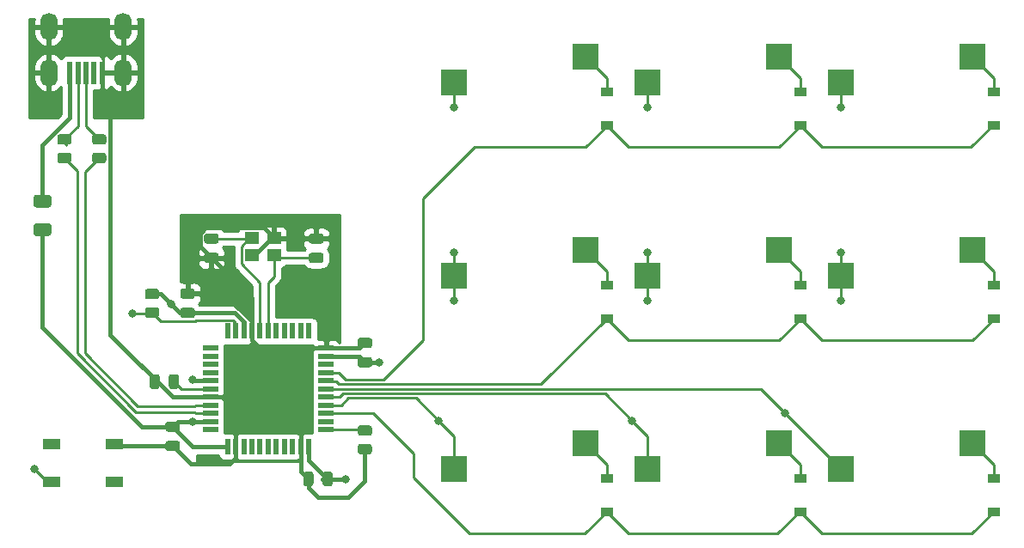
<source format=gbr>
%TF.GenerationSoftware,KiCad,Pcbnew,(5.1.9)-1*%
%TF.CreationDate,2021-06-16T12:24:14-05:00*%
%TF.ProjectId,practice-pcb-ai03-tutorial,70726163-7469-4636-952d-7063622d6169,rev?*%
%TF.SameCoordinates,Original*%
%TF.FileFunction,Copper,L2,Bot*%
%TF.FilePolarity,Positive*%
%FSLAX46Y46*%
G04 Gerber Fmt 4.6, Leading zero omitted, Abs format (unit mm)*
G04 Created by KiCad (PCBNEW (5.1.9)-1) date 2021-06-16 12:24:14*
%MOMM*%
%LPD*%
G01*
G04 APERTURE LIST*
%TA.AperFunction,SMDPad,CuDef*%
%ADD10R,2.550000X2.500000*%
%TD*%
%TA.AperFunction,ComponentPad*%
%ADD11O,1.700000X2.700000*%
%TD*%
%TA.AperFunction,SMDPad,CuDef*%
%ADD12R,0.500000X2.250000*%
%TD*%
%TA.AperFunction,SMDPad,CuDef*%
%ADD13R,1.400000X1.200000*%
%TD*%
%TA.AperFunction,SMDPad,CuDef*%
%ADD14R,1.500000X0.550000*%
%TD*%
%TA.AperFunction,SMDPad,CuDef*%
%ADD15R,0.550000X1.500000*%
%TD*%
%TA.AperFunction,SMDPad,CuDef*%
%ADD16R,1.800000X1.100000*%
%TD*%
%TA.AperFunction,SMDPad,CuDef*%
%ADD17R,1.200000X0.900000*%
%TD*%
%TA.AperFunction,ViaPad*%
%ADD18C,0.800000*%
%TD*%
%TA.AperFunction,Conductor*%
%ADD19C,0.381000*%
%TD*%
%TA.AperFunction,Conductor*%
%ADD20C,0.254000*%
%TD*%
%TA.AperFunction,Conductor*%
%ADD21C,0.100000*%
%TD*%
G04 APERTURE END LIST*
D10*
%TO.P,SW1,2*%
%TO.N,Net-(D1-Pad2)*%
X5842000Y5080000D03*
%TO.P,SW1,1*%
%TO.N,COL0*%
X-7085000Y2540000D03*
%TD*%
%TO.P,SW2,1*%
%TO.N,COL1*%
X11965000Y2540000D03*
%TO.P,SW2,2*%
%TO.N,Net-(D2-Pad2)*%
X24892000Y5080000D03*
%TD*%
%TO.P,SW3,1*%
%TO.N,COL2*%
X31015000Y2540000D03*
%TO.P,SW3,2*%
%TO.N,Net-(D3-Pad2)*%
X43942000Y5080000D03*
%TD*%
%TO.P,SW4,1*%
%TO.N,COL0*%
X-7085000Y-16510000D03*
%TO.P,SW4,2*%
%TO.N,Net-(D4-Pad2)*%
X5842000Y-13970000D03*
%TD*%
%TO.P,SW5,1*%
%TO.N,COL1*%
X11965000Y-16510000D03*
%TO.P,SW5,2*%
%TO.N,Net-(D5-Pad2)*%
X24892000Y-13970000D03*
%TD*%
%TO.P,SW6,1*%
%TO.N,COL2*%
X31015000Y-16510000D03*
%TO.P,SW6,2*%
%TO.N,Net-(D6-Pad2)*%
X43942000Y-13970000D03*
%TD*%
%TO.P,SW7,1*%
%TO.N,COL0*%
X-7085000Y-35560000D03*
%TO.P,SW7,2*%
%TO.N,Net-(D7-Pad2)*%
X5842000Y-33020000D03*
%TD*%
%TO.P,SW8,1*%
%TO.N,COL1*%
X11965000Y-35560000D03*
%TO.P,SW8,2*%
%TO.N,Net-(D8-Pad2)*%
X24892000Y-33020000D03*
%TD*%
%TO.P,SW9,1*%
%TO.N,COL2*%
X31015000Y-35560000D03*
%TO.P,SW9,2*%
%TO.N,Net-(D9-Pad2)*%
X43942000Y-33020000D03*
%TD*%
D11*
%TO.P,USB1,6*%
%TO.N,GND*%
X-46987500Y8032750D03*
X-39687500Y8032750D03*
X-39687500Y3532750D03*
X-46987500Y3532750D03*
D12*
%TO.P,USB1,5*%
%TO.N,VCC*%
X-44937500Y3532750D03*
%TO.P,USB1,4*%
%TO.N,D-*%
X-44137500Y3532750D03*
%TO.P,USB1,3*%
%TO.N,D+*%
X-43337500Y3532750D03*
%TO.P,USB1,2*%
%TO.N,N/C*%
X-42537500Y3532750D03*
%TO.P,USB1,1*%
%TO.N,GND*%
X-41737500Y3532750D03*
%TD*%
%TO.P,R4,2*%
%TO.N,Net-(R4-Pad2)*%
%TA.AperFunction,SMDPad,CuDef*%
G36*
G01*
X-15424999Y-32262500D02*
X-16325001Y-32262500D01*
G75*
G02*
X-16575000Y-32012501I0J249999D01*
G01*
X-16575000Y-31487499D01*
G75*
G02*
X-16325001Y-31237500I249999J0D01*
G01*
X-15424999Y-31237500D01*
G75*
G02*
X-15175000Y-31487499I0J-249999D01*
G01*
X-15175000Y-32012501D01*
G75*
G02*
X-15424999Y-32262500I-249999J0D01*
G01*
G37*
%TD.AperFunction*%
%TO.P,R4,1*%
%TO.N,GND*%
%TA.AperFunction,SMDPad,CuDef*%
G36*
G01*
X-15424999Y-34087500D02*
X-16325001Y-34087500D01*
G75*
G02*
X-16575000Y-33837501I0J249999D01*
G01*
X-16575000Y-33312499D01*
G75*
G02*
X-16325001Y-33062500I249999J0D01*
G01*
X-15424999Y-33062500D01*
G75*
G02*
X-15175000Y-33312499I0J-249999D01*
G01*
X-15175000Y-33837501D01*
G75*
G02*
X-15424999Y-34087500I-249999J0D01*
G01*
G37*
%TD.AperFunction*%
%TD*%
%TO.P,R3,2*%
%TO.N,Net-(R3-Pad2)*%
%TA.AperFunction,SMDPad,CuDef*%
G36*
G01*
X-37280001Y-19600500D02*
X-36379999Y-19600500D01*
G75*
G02*
X-36130000Y-19850499I0J-249999D01*
G01*
X-36130000Y-20375501D01*
G75*
G02*
X-36379999Y-20625500I-249999J0D01*
G01*
X-37280001Y-20625500D01*
G75*
G02*
X-37530000Y-20375501I0J249999D01*
G01*
X-37530000Y-19850499D01*
G75*
G02*
X-37280001Y-19600500I249999J0D01*
G01*
G37*
%TD.AperFunction*%
%TO.P,R3,1*%
%TO.N,+5V*%
%TA.AperFunction,SMDPad,CuDef*%
G36*
G01*
X-37280001Y-17775500D02*
X-36379999Y-17775500D01*
G75*
G02*
X-36130000Y-18025499I0J-249999D01*
G01*
X-36130000Y-18550501D01*
G75*
G02*
X-36379999Y-18800500I-249999J0D01*
G01*
X-37280001Y-18800500D01*
G75*
G02*
X-37530000Y-18550501I0J249999D01*
G01*
X-37530000Y-18025499D01*
G75*
G02*
X-37280001Y-17775500I249999J0D01*
G01*
G37*
%TD.AperFunction*%
%TD*%
%TO.P,R2,2*%
%TO.N,D+*%
%TA.AperFunction,SMDPad,CuDef*%
G36*
G01*
X-41586999Y-3560500D02*
X-42487001Y-3560500D01*
G75*
G02*
X-42737000Y-3310501I0J249999D01*
G01*
X-42737000Y-2785499D01*
G75*
G02*
X-42487001Y-2535500I249999J0D01*
G01*
X-41586999Y-2535500D01*
G75*
G02*
X-41337000Y-2785499I0J-249999D01*
G01*
X-41337000Y-3310501D01*
G75*
G02*
X-41586999Y-3560500I-249999J0D01*
G01*
G37*
%TD.AperFunction*%
%TO.P,R2,1*%
%TO.N,Net-(R2-Pad1)*%
%TA.AperFunction,SMDPad,CuDef*%
G36*
G01*
X-41586999Y-5385500D02*
X-42487001Y-5385500D01*
G75*
G02*
X-42737000Y-5135501I0J249999D01*
G01*
X-42737000Y-4610499D01*
G75*
G02*
X-42487001Y-4360500I249999J0D01*
G01*
X-41586999Y-4360500D01*
G75*
G02*
X-41337000Y-4610499I0J-249999D01*
G01*
X-41337000Y-5135501D01*
G75*
G02*
X-41586999Y-5385500I-249999J0D01*
G01*
G37*
%TD.AperFunction*%
%TD*%
%TO.P,R1,2*%
%TO.N,D-*%
%TA.AperFunction,SMDPad,CuDef*%
G36*
G01*
X-45015999Y-3560500D02*
X-45916001Y-3560500D01*
G75*
G02*
X-46166000Y-3310501I0J249999D01*
G01*
X-46166000Y-2785499D01*
G75*
G02*
X-45916001Y-2535500I249999J0D01*
G01*
X-45015999Y-2535500D01*
G75*
G02*
X-44766000Y-2785499I0J-249999D01*
G01*
X-44766000Y-3310501D01*
G75*
G02*
X-45015999Y-3560500I-249999J0D01*
G01*
G37*
%TD.AperFunction*%
%TO.P,R1,1*%
%TO.N,Net-(R1-Pad1)*%
%TA.AperFunction,SMDPad,CuDef*%
G36*
G01*
X-45015999Y-5385500D02*
X-45916001Y-5385500D01*
G75*
G02*
X-46166000Y-5135501I0J249999D01*
G01*
X-46166000Y-4610499D01*
G75*
G02*
X-45916001Y-4360500I249999J0D01*
G01*
X-45015999Y-4360500D01*
G75*
G02*
X-44766000Y-4610499I0J-249999D01*
G01*
X-44766000Y-5135501D01*
G75*
G02*
X-45015999Y-5385500I-249999J0D01*
G01*
G37*
%TD.AperFunction*%
%TD*%
D13*
%TO.P,Y1,4*%
%TO.N,GND*%
X-24819250Y-12770750D03*
%TO.P,Y1,3*%
%TO.N,Net-(C4-Pad1)*%
X-27019250Y-12770750D03*
%TO.P,Y1,2*%
%TO.N,GND*%
X-27019250Y-14470750D03*
%TO.P,Y1,1*%
%TO.N,Net-(C3-Pad1)*%
X-24819250Y-14470750D03*
%TD*%
D14*
%TO.P,U1,1*%
%TO.N,N/C*%
X-31093750Y-31637500D03*
%TO.P,U1,2*%
%TO.N,+5V*%
X-31093750Y-30837500D03*
%TO.P,U1,3*%
%TO.N,Net-(R1-Pad1)*%
X-31093750Y-30037500D03*
%TO.P,U1,4*%
%TO.N,Net-(R2-Pad1)*%
X-31093750Y-29237500D03*
%TO.P,U1,5*%
%TO.N,GND*%
X-31093750Y-28437500D03*
%TO.P,U1,6*%
%TO.N,Net-(C6-Pad1)*%
X-31093750Y-27637500D03*
%TO.P,U1,7*%
%TO.N,+5V*%
X-31093750Y-26837500D03*
%TO.P,U1,8*%
%TO.N,N/C*%
X-31093750Y-26037500D03*
%TO.P,U1,9*%
X-31093750Y-25237500D03*
%TO.P,U1,10*%
X-31093750Y-24437500D03*
%TO.P,U1,11*%
X-31093750Y-23637500D03*
D15*
%TO.P,U1,12*%
X-29393750Y-21937500D03*
%TO.P,U1,13*%
%TO.N,Net-(R3-Pad2)*%
X-28593750Y-21937500D03*
%TO.P,U1,14*%
%TO.N,+5V*%
X-27793750Y-21937500D03*
%TO.P,U1,15*%
%TO.N,GND*%
X-26993750Y-21937500D03*
%TO.P,U1,16*%
%TO.N,Net-(C4-Pad1)*%
X-26193750Y-21937500D03*
%TO.P,U1,17*%
%TO.N,Net-(C3-Pad1)*%
X-25393750Y-21937500D03*
%TO.P,U1,18*%
%TO.N,N/C*%
X-24593750Y-21937500D03*
%TO.P,U1,19*%
X-23793750Y-21937500D03*
%TO.P,U1,20*%
X-22993750Y-21937500D03*
%TO.P,U1,21*%
X-22193750Y-21937500D03*
%TO.P,U1,22*%
X-21393750Y-21937500D03*
D14*
%TO.P,U1,23*%
%TO.N,GND*%
X-19693750Y-23637500D03*
%TO.P,U1,24*%
%TO.N,+5V*%
X-19693750Y-24437500D03*
%TO.P,U1,25*%
%TO.N,N/C*%
X-19693750Y-25237500D03*
%TO.P,U1,26*%
%TO.N,ROW0*%
X-19693750Y-26037500D03*
%TO.P,U1,27*%
%TO.N,ROW1*%
X-19693750Y-26837500D03*
%TO.P,U1,28*%
%TO.N,COL2*%
X-19693750Y-27637500D03*
%TO.P,U1,29*%
%TO.N,COL1*%
X-19693750Y-28437500D03*
%TO.P,U1,30*%
%TO.N,COL0*%
X-19693750Y-29237500D03*
%TO.P,U1,31*%
%TO.N,ROW2*%
X-19693750Y-30037500D03*
%TO.P,U1,32*%
%TO.N,N/C*%
X-19693750Y-30837500D03*
%TO.P,U1,33*%
%TO.N,Net-(R4-Pad2)*%
X-19693750Y-31637500D03*
D15*
%TO.P,U1,34*%
%TO.N,+5V*%
X-21393750Y-33337500D03*
%TO.P,U1,35*%
%TO.N,GND*%
X-22193750Y-33337500D03*
%TO.P,U1,36*%
%TO.N,N/C*%
X-22993750Y-33337500D03*
%TO.P,U1,37*%
X-23793750Y-33337500D03*
%TO.P,U1,38*%
X-24593750Y-33337500D03*
%TO.P,U1,39*%
X-25393750Y-33337500D03*
%TO.P,U1,40*%
X-26193750Y-33337500D03*
%TO.P,U1,41*%
X-26993750Y-33337500D03*
%TO.P,U1,42*%
X-27793750Y-33337500D03*
%TO.P,U1,43*%
%TO.N,GND*%
X-28593750Y-33337500D03*
%TO.P,U1,44*%
%TO.N,+5V*%
X-29393750Y-33337500D03*
%TD*%
D16*
%TO.P,RESET1,1*%
%TO.N,GND*%
X-40556250Y-33075000D03*
%TO.P,RESET1,2*%
%TO.N,Net-(R3-Pad2)*%
X-46756250Y-36775000D03*
%TO.P,RESET1,3*%
%TO.N,N/C*%
X-40556250Y-36775000D03*
%TO.P,RESET1,4*%
X-46756250Y-33075000D03*
%TD*%
%TO.P,F1,2*%
%TO.N,VCC*%
%TA.AperFunction,SMDPad,CuDef*%
G36*
G01*
X-47000000Y-9763000D02*
X-48250000Y-9763000D01*
G75*
G02*
X-48500000Y-9513000I0J250000D01*
G01*
X-48500000Y-8763000D01*
G75*
G02*
X-48250000Y-8513000I250000J0D01*
G01*
X-47000000Y-8513000D01*
G75*
G02*
X-46750000Y-8763000I0J-250000D01*
G01*
X-46750000Y-9513000D01*
G75*
G02*
X-47000000Y-9763000I-250000J0D01*
G01*
G37*
%TD.AperFunction*%
%TO.P,F1,1*%
%TO.N,+5V*%
%TA.AperFunction,SMDPad,CuDef*%
G36*
G01*
X-47000000Y-12563000D02*
X-48250000Y-12563000D01*
G75*
G02*
X-48500000Y-12313000I0J250000D01*
G01*
X-48500000Y-11563000D01*
G75*
G02*
X-48250000Y-11313000I250000J0D01*
G01*
X-47000000Y-11313000D01*
G75*
G02*
X-46750000Y-11563000I0J-250000D01*
G01*
X-46750000Y-12313000D01*
G75*
G02*
X-47000000Y-12563000I-250000J0D01*
G01*
G37*
%TD.AperFunction*%
%TD*%
D17*
%TO.P,D9,2*%
%TO.N,Net-(D9-Pad2)*%
X46037500Y-36450000D03*
%TO.P,D9,1*%
%TO.N,ROW2*%
X46037500Y-39750000D03*
%TD*%
%TO.P,D8,2*%
%TO.N,Net-(D8-Pad2)*%
X26987500Y-36450000D03*
%TO.P,D8,1*%
%TO.N,ROW2*%
X26987500Y-39750000D03*
%TD*%
%TO.P,D7,2*%
%TO.N,Net-(D7-Pad2)*%
X7937500Y-36450000D03*
%TO.P,D7,1*%
%TO.N,ROW2*%
X7937500Y-39750000D03*
%TD*%
%TO.P,D6,2*%
%TO.N,Net-(D6-Pad2)*%
X46037500Y-17400000D03*
%TO.P,D6,1*%
%TO.N,ROW1*%
X46037500Y-20700000D03*
%TD*%
%TO.P,D5,2*%
%TO.N,Net-(D5-Pad2)*%
X26987500Y-17400000D03*
%TO.P,D5,1*%
%TO.N,ROW1*%
X26987500Y-20700000D03*
%TD*%
%TO.P,D4,2*%
%TO.N,Net-(D4-Pad2)*%
X7937500Y-17400000D03*
%TO.P,D4,1*%
%TO.N,ROW1*%
X7937500Y-20700000D03*
%TD*%
%TO.P,D3,2*%
%TO.N,Net-(D3-Pad2)*%
X46037500Y1650000D03*
%TO.P,D3,1*%
%TO.N,ROW0*%
X46037500Y-1650000D03*
%TD*%
%TO.P,D2,2*%
%TO.N,Net-(D2-Pad2)*%
X26987500Y1650000D03*
%TO.P,D2,1*%
%TO.N,ROW0*%
X26987500Y-1650000D03*
%TD*%
%TO.P,D1,2*%
%TO.N,Net-(D1-Pad2)*%
X7937500Y1650000D03*
%TO.P,D1,1*%
%TO.N,ROW0*%
X7937500Y-1650000D03*
%TD*%
%TO.P,C7,2*%
%TO.N,GND*%
%TA.AperFunction,SMDPad,CuDef*%
G36*
G01*
X-35273000Y-32769000D02*
X-34323000Y-32769000D01*
G75*
G02*
X-34073000Y-33019000I0J-250000D01*
G01*
X-34073000Y-33519000D01*
G75*
G02*
X-34323000Y-33769000I-250000J0D01*
G01*
X-35273000Y-33769000D01*
G75*
G02*
X-35523000Y-33519000I0J250000D01*
G01*
X-35523000Y-33019000D01*
G75*
G02*
X-35273000Y-32769000I250000J0D01*
G01*
G37*
%TD.AperFunction*%
%TO.P,C7,1*%
%TO.N,+5V*%
%TA.AperFunction,SMDPad,CuDef*%
G36*
G01*
X-35273000Y-30869000D02*
X-34323000Y-30869000D01*
G75*
G02*
X-34073000Y-31119000I0J-250000D01*
G01*
X-34073000Y-31619000D01*
G75*
G02*
X-34323000Y-31869000I-250000J0D01*
G01*
X-35273000Y-31869000D01*
G75*
G02*
X-35523000Y-31619000I0J250000D01*
G01*
X-35523000Y-31119000D01*
G75*
G02*
X-35273000Y-30869000I250000J0D01*
G01*
G37*
%TD.AperFunction*%
%TD*%
%TO.P,C6,2*%
%TO.N,GND*%
%TA.AperFunction,SMDPad,CuDef*%
G36*
G01*
X-36076000Y-26449000D02*
X-36076000Y-27399000D01*
G75*
G02*
X-36326000Y-27649000I-250000J0D01*
G01*
X-36826000Y-27649000D01*
G75*
G02*
X-37076000Y-27399000I0J250000D01*
G01*
X-37076000Y-26449000D01*
G75*
G02*
X-36826000Y-26199000I250000J0D01*
G01*
X-36326000Y-26199000D01*
G75*
G02*
X-36076000Y-26449000I0J-250000D01*
G01*
G37*
%TD.AperFunction*%
%TO.P,C6,1*%
%TO.N,Net-(C6-Pad1)*%
%TA.AperFunction,SMDPad,CuDef*%
G36*
G01*
X-34176000Y-26449000D02*
X-34176000Y-27399000D01*
G75*
G02*
X-34426000Y-27649000I-250000J0D01*
G01*
X-34926000Y-27649000D01*
G75*
G02*
X-35176000Y-27399000I0J250000D01*
G01*
X-35176000Y-26449000D01*
G75*
G02*
X-34926000Y-26199000I250000J0D01*
G01*
X-34426000Y-26199000D01*
G75*
G02*
X-34176000Y-26449000I0J-250000D01*
G01*
G37*
%TD.AperFunction*%
%TD*%
%TO.P,C5,2*%
%TO.N,GND*%
%TA.AperFunction,SMDPad,CuDef*%
G36*
G01*
X-15400000Y-23614000D02*
X-16350000Y-23614000D01*
G75*
G02*
X-16600000Y-23364000I0J250000D01*
G01*
X-16600000Y-22864000D01*
G75*
G02*
X-16350000Y-22614000I250000J0D01*
G01*
X-15400000Y-22614000D01*
G75*
G02*
X-15150000Y-22864000I0J-250000D01*
G01*
X-15150000Y-23364000D01*
G75*
G02*
X-15400000Y-23614000I-250000J0D01*
G01*
G37*
%TD.AperFunction*%
%TO.P,C5,1*%
%TO.N,+5V*%
%TA.AperFunction,SMDPad,CuDef*%
G36*
G01*
X-15400000Y-25514000D02*
X-16350000Y-25514000D01*
G75*
G02*
X-16600000Y-25264000I0J250000D01*
G01*
X-16600000Y-24764000D01*
G75*
G02*
X-16350000Y-24514000I250000J0D01*
G01*
X-15400000Y-24514000D01*
G75*
G02*
X-15150000Y-24764000I0J-250000D01*
G01*
X-15150000Y-25264000D01*
G75*
G02*
X-15400000Y-25514000I-250000J0D01*
G01*
G37*
%TD.AperFunction*%
%TD*%
%TO.P,C4,2*%
%TO.N,GND*%
%TA.AperFunction,SMDPad,CuDef*%
G36*
G01*
X-31463000Y-14227000D02*
X-30513000Y-14227000D01*
G75*
G02*
X-30263000Y-14477000I0J-250000D01*
G01*
X-30263000Y-14977000D01*
G75*
G02*
X-30513000Y-15227000I-250000J0D01*
G01*
X-31463000Y-15227000D01*
G75*
G02*
X-31713000Y-14977000I0J250000D01*
G01*
X-31713000Y-14477000D01*
G75*
G02*
X-31463000Y-14227000I250000J0D01*
G01*
G37*
%TD.AperFunction*%
%TO.P,C4,1*%
%TO.N,Net-(C4-Pad1)*%
%TA.AperFunction,SMDPad,CuDef*%
G36*
G01*
X-31463000Y-12327000D02*
X-30513000Y-12327000D01*
G75*
G02*
X-30263000Y-12577000I0J-250000D01*
G01*
X-30263000Y-13077000D01*
G75*
G02*
X-30513000Y-13327000I-250000J0D01*
G01*
X-31463000Y-13327000D01*
G75*
G02*
X-31713000Y-13077000I0J250000D01*
G01*
X-31713000Y-12577000D01*
G75*
G02*
X-31463000Y-12327000I250000J0D01*
G01*
G37*
%TD.AperFunction*%
%TD*%
%TO.P,C3,2*%
%TO.N,GND*%
%TA.AperFunction,SMDPad,CuDef*%
G36*
G01*
X-20194250Y-13327000D02*
X-21144250Y-13327000D01*
G75*
G02*
X-21394250Y-13077000I0J250000D01*
G01*
X-21394250Y-12577000D01*
G75*
G02*
X-21144250Y-12327000I250000J0D01*
G01*
X-20194250Y-12327000D01*
G75*
G02*
X-19944250Y-12577000I0J-250000D01*
G01*
X-19944250Y-13077000D01*
G75*
G02*
X-20194250Y-13327000I-250000J0D01*
G01*
G37*
%TD.AperFunction*%
%TO.P,C3,1*%
%TO.N,Net-(C3-Pad1)*%
%TA.AperFunction,SMDPad,CuDef*%
G36*
G01*
X-20194250Y-15227000D02*
X-21144250Y-15227000D01*
G75*
G02*
X-21394250Y-14977000I0J250000D01*
G01*
X-21394250Y-14477000D01*
G75*
G02*
X-21144250Y-14227000I250000J0D01*
G01*
X-20194250Y-14227000D01*
G75*
G02*
X-19944250Y-14477000I0J-250000D01*
G01*
X-19944250Y-14977000D01*
G75*
G02*
X-20194250Y-15227000I-250000J0D01*
G01*
G37*
%TD.AperFunction*%
%TD*%
%TO.P,C2,2*%
%TO.N,GND*%
%TA.AperFunction,SMDPad,CuDef*%
G36*
G01*
X-32862500Y-18756250D02*
X-33812500Y-18756250D01*
G75*
G02*
X-34062500Y-18506250I0J250000D01*
G01*
X-34062500Y-18006250D01*
G75*
G02*
X-33812500Y-17756250I250000J0D01*
G01*
X-32862500Y-17756250D01*
G75*
G02*
X-32612500Y-18006250I0J-250000D01*
G01*
X-32612500Y-18506250D01*
G75*
G02*
X-32862500Y-18756250I-250000J0D01*
G01*
G37*
%TD.AperFunction*%
%TO.P,C2,1*%
%TO.N,+5V*%
%TA.AperFunction,SMDPad,CuDef*%
G36*
G01*
X-32862500Y-20656250D02*
X-33812500Y-20656250D01*
G75*
G02*
X-34062500Y-20406250I0J250000D01*
G01*
X-34062500Y-19906250D01*
G75*
G02*
X-33812500Y-19656250I250000J0D01*
G01*
X-32862500Y-19656250D01*
G75*
G02*
X-32612500Y-19906250I0J-250000D01*
G01*
X-32612500Y-20406250D01*
G75*
G02*
X-32862500Y-20656250I-250000J0D01*
G01*
G37*
%TD.AperFunction*%
%TD*%
%TO.P,C1,2*%
%TO.N,GND*%
%TA.AperFunction,SMDPad,CuDef*%
G36*
G01*
X-20931250Y-36037500D02*
X-20931250Y-36987500D01*
G75*
G02*
X-21181250Y-37237500I-250000J0D01*
G01*
X-21681250Y-37237500D01*
G75*
G02*
X-21931250Y-36987500I0J250000D01*
G01*
X-21931250Y-36037500D01*
G75*
G02*
X-21681250Y-35787500I250000J0D01*
G01*
X-21181250Y-35787500D01*
G75*
G02*
X-20931250Y-36037500I0J-250000D01*
G01*
G37*
%TD.AperFunction*%
%TO.P,C1,1*%
%TO.N,+5V*%
%TA.AperFunction,SMDPad,CuDef*%
G36*
G01*
X-19031250Y-36037500D02*
X-19031250Y-36987500D01*
G75*
G02*
X-19281250Y-37237500I-250000J0D01*
G01*
X-19781250Y-37237500D01*
G75*
G02*
X-20031250Y-36987500I0J250000D01*
G01*
X-20031250Y-36037500D01*
G75*
G02*
X-19781250Y-35787500I250000J0D01*
G01*
X-19281250Y-35787500D01*
G75*
G02*
X-19031250Y-36037500I0J-250000D01*
G01*
G37*
%TD.AperFunction*%
%TD*%
D18*
%TO.N,+5V*%
X-17780000Y-36576000D03*
X-32869500Y-30837500D03*
X-34925000Y-19304000D03*
X-32869500Y-26693500D03*
X-14478000Y-25019000D03*
%TO.N,Net-(R3-Pad2)*%
X-48387000Y-35560000D03*
X-38735000Y-20193000D03*
%TO.N,COL0*%
X-8604250Y-30765750D03*
X-7112000Y95250D03*
X-7112000Y-18954750D03*
X-7112000Y-14192250D03*
%TO.N,COL1*%
X11938000Y95250D03*
X11938000Y-14192250D03*
X11938000Y-18954750D03*
X10445750Y-30765750D03*
%TO.N,COL2*%
X30988000Y-14192250D03*
X30988000Y95250D03*
X30988000Y-18954750D03*
X25477000Y-30022000D03*
%TD*%
D19*
%TO.N,GND*%
X-24763000Y-12827000D02*
X-24819250Y-12770750D01*
X-20669250Y-12827000D02*
X-24763000Y-12827000D01*
X-32103510Y-13611490D02*
X-30988000Y-14727000D01*
X-32103510Y-12311690D02*
X-32103510Y-13611490D01*
X-31572069Y-11780249D02*
X-32103510Y-12311690D01*
X-25809751Y-11780249D02*
X-31572069Y-11780249D01*
X-24819250Y-12770750D02*
X-25809751Y-11780249D01*
X-26993750Y-18721250D02*
X-26993750Y-21937500D01*
X-30988000Y-14727000D02*
X-26993750Y-18721250D01*
X-26993750Y-21009598D02*
X-26993750Y-21937500D01*
X-29747098Y-18256250D02*
X-26993750Y-21009598D01*
X-33337500Y-18256250D02*
X-29747098Y-18256250D01*
X-25016348Y-12770750D02*
X-24819250Y-12770750D01*
X-26716348Y-14470750D02*
X-25016348Y-12770750D01*
X-27019250Y-14470750D02*
X-26716348Y-14470750D01*
X-40362250Y-33269000D02*
X-40556250Y-33075000D01*
X-34798000Y-33269000D02*
X-40362250Y-33269000D01*
X-28593750Y-34468500D02*
X-29177250Y-35052000D01*
X-28593750Y-33337500D02*
X-28593750Y-34468500D01*
X-33015000Y-35052000D02*
X-34798000Y-33269000D01*
X-29177250Y-35052000D02*
X-33015000Y-35052000D01*
X-22193750Y-35750000D02*
X-21431250Y-36512500D01*
X-22193750Y-33337500D02*
X-22193750Y-35750000D01*
X-21431250Y-36512500D02*
X-21431250Y-37369750D01*
X-21431250Y-37369750D02*
X-20447000Y-38354000D01*
X-20447000Y-38354000D02*
X-17526000Y-38354000D01*
X-15875000Y-36703000D02*
X-15875000Y-33575000D01*
X-17526000Y-38354000D02*
X-15875000Y-36703000D01*
X-28593750Y-29806500D02*
X-28593750Y-33337500D01*
X-29962750Y-28437500D02*
X-28593750Y-29806500D01*
X-31093750Y-28437500D02*
X-29962750Y-28437500D01*
X-22193750Y-33337500D02*
X-22193750Y-31273250D01*
X-23660500Y-29806500D02*
X-28593750Y-29806500D01*
X-22193750Y-31273250D02*
X-23660500Y-29806500D01*
X-19693750Y-23637500D02*
X-21732500Y-23637500D01*
X-23660500Y-25565500D02*
X-23660500Y-29806500D01*
X-21732500Y-23637500D02*
X-23660500Y-25565500D01*
X-24293652Y-25565500D02*
X-23660500Y-25565500D01*
X-26993750Y-22865402D02*
X-24293652Y-25565500D01*
X-26993750Y-21937500D02*
X-26993750Y-22865402D01*
X-16398500Y-23637500D02*
X-15875000Y-23114000D01*
X-19693750Y-23637500D02*
X-16398500Y-23637500D01*
X-40946490Y-22284330D02*
X-40946490Y-582510D01*
X-34793320Y-28437500D02*
X-40946490Y-22284330D01*
X-31093750Y-28437500D02*
X-34793320Y-28437500D01*
X-41737500Y208500D02*
X-40946490Y-582510D01*
X-41737500Y1723000D02*
X-41737500Y208500D01*
X-41737500Y1723000D02*
X-41737500Y3532750D01*
%TO.N,+5V*%
X-27793750Y-21937500D02*
X-27793750Y-21031270D01*
X-28668770Y-20156250D02*
X-33337500Y-20156250D01*
X-27793750Y-21031270D02*
X-28668770Y-20156250D01*
X-33337500Y-20156250D02*
X-34072750Y-20156250D01*
X-35941000Y-18288000D02*
X-36830000Y-18288000D01*
X-34798000Y-31369000D02*
X-34266500Y-30837500D01*
X-21393750Y-34650000D02*
X-19531250Y-36512500D01*
X-21393750Y-33337500D02*
X-21393750Y-34650000D01*
X-32829500Y-33337500D02*
X-34798000Y-31369000D01*
X-29393750Y-33337500D02*
X-32829500Y-33337500D01*
X-37846000Y-31369000D02*
X-34798000Y-31369000D01*
X-47625000Y-21590000D02*
X-37846000Y-31369000D01*
X-16451500Y-24437500D02*
X-15875000Y-25014000D01*
X-19693750Y-24437500D02*
X-16451500Y-24437500D01*
X-17780000Y-36576000D02*
X-20066000Y-36576000D01*
X-32869500Y-30837500D02*
X-31093750Y-30837500D01*
X-34266500Y-30837500D02*
X-32869500Y-30837500D01*
X-34925000Y-19304000D02*
X-35941000Y-18288000D01*
X-34072750Y-20156250D02*
X-34925000Y-19304000D01*
X-32725500Y-26837500D02*
X-32869500Y-26693500D01*
X-31093750Y-26837500D02*
X-32725500Y-26837500D01*
X-15875000Y-25014000D02*
X-15875000Y-25019000D01*
X-14483000Y-25014000D02*
X-14478000Y-25019000D01*
X-15875000Y-25014000D02*
X-14483000Y-25014000D01*
X-47625000Y-21590000D02*
X-47625000Y-11938000D01*
D20*
%TO.N,Net-(C3-Pad1)*%
X-24563000Y-14727000D02*
X-24819250Y-14470750D01*
X-20669250Y-14727000D02*
X-24563000Y-14727000D01*
X-25393750Y-21937500D02*
X-25393750Y-17138750D01*
X-24819250Y-16564250D02*
X-24819250Y-14470750D01*
X-25393750Y-17138750D02*
X-24819250Y-16564250D01*
%TO.N,Net-(C4-Pad1)*%
X-27075500Y-12827000D02*
X-27019250Y-12770750D01*
X-30988000Y-12827000D02*
X-27075500Y-12827000D01*
X-27207852Y-12770750D02*
X-27019250Y-12770750D01*
X-28046251Y-13609149D02*
X-27207852Y-12770750D01*
X-28046251Y-15332351D02*
X-28046251Y-13609149D01*
X-26193750Y-17184852D02*
X-28046251Y-15332351D01*
X-26193750Y-21937500D02*
X-26193750Y-17184852D01*
%TO.N,Net-(C6-Pad1)*%
X-33962500Y-27637500D02*
X-34676000Y-26924000D01*
X-31093750Y-27637500D02*
X-33962500Y-27637500D01*
%TO.N,Net-(D1-Pad2)*%
X7937500Y2984500D02*
X5842000Y5080000D01*
X7937500Y1650000D02*
X7937500Y2984500D01*
%TO.N,ROW0*%
X46037500Y-1650000D02*
X45975000Y-1650000D01*
X29147500Y-3810000D02*
X26987500Y-1650000D01*
X45975000Y-1650000D02*
X43815000Y-3810000D01*
X26987500Y-1650000D02*
X26987500Y-1714500D01*
X26987500Y-1714500D02*
X24892000Y-3810000D01*
X10097500Y-3810000D02*
X7937500Y-1650000D01*
X43815000Y-3810000D02*
X29147500Y-3810000D01*
X24892000Y-3810000D02*
X10097500Y-3810000D01*
X7937500Y-1714500D02*
X7937500Y-1650000D01*
X5842000Y-3810000D02*
X7937500Y-1714500D01*
X-14029480Y-26729480D02*
X-10160000Y-22860000D01*
X-17780000Y-26729480D02*
X-14029480Y-26729480D01*
X-18471980Y-26037500D02*
X-17780000Y-26729480D01*
X-19693750Y-26037500D02*
X-18471980Y-26037500D01*
X-5080000Y-3810000D02*
X5842000Y-3810000D01*
X-10160000Y-8890000D02*
X-5080000Y-3810000D01*
X-10160000Y-22860000D02*
X-10160000Y-8890000D01*
%TO.N,Net-(D2-Pad2)*%
X26987500Y2984500D02*
X24892000Y5080000D01*
X26987500Y1650000D02*
X26987500Y2984500D01*
%TO.N,Net-(D3-Pad2)*%
X46037500Y1650000D02*
X46037500Y1714500D01*
X46037500Y2984500D02*
X43942000Y5080000D01*
X46037500Y1650000D02*
X46037500Y2984500D01*
%TO.N,Net-(D4-Pad2)*%
X7937500Y-16065500D02*
X5842000Y-13970000D01*
X7937500Y-17400000D02*
X7937500Y-16065500D01*
%TO.N,ROW1*%
X46037500Y-20700000D02*
X46037500Y-20764500D01*
X46037500Y-20764500D02*
X43942000Y-22860000D01*
X29147500Y-22860000D02*
X26987500Y-20700000D01*
X43942000Y-22860000D02*
X29147500Y-22860000D01*
X26987500Y-20700000D02*
X26987500Y-20764500D01*
X26987500Y-20764500D02*
X24892000Y-22860000D01*
X10097500Y-22860000D02*
X7937500Y-20700000D01*
X24892000Y-22860000D02*
X10097500Y-22860000D01*
X1800000Y-26837500D02*
X7937500Y-20700000D01*
X-19693750Y-26837500D02*
X-19598500Y-26837500D01*
X-19598500Y-26837500D02*
X-19512000Y-26924000D01*
X-18669000Y-26924000D02*
X-18409510Y-27183490D01*
X-19512000Y-26924000D02*
X-18669000Y-26924000D01*
X1454010Y-27183490D02*
X1800000Y-26837500D01*
X-18409510Y-27183490D02*
X1454010Y-27183490D01*
%TO.N,Net-(D5-Pad2)*%
X26987500Y-16065500D02*
X24892000Y-13970000D01*
X26987500Y-17400000D02*
X26987500Y-16065500D01*
%TO.N,Net-(D6-Pad2)*%
X46037500Y-16065500D02*
X43942000Y-13970000D01*
X46037500Y-17400000D02*
X46037500Y-16065500D01*
%TO.N,Net-(D7-Pad2)*%
X7937500Y-35115500D02*
X5842000Y-33020000D01*
X7937500Y-36450000D02*
X7937500Y-35115500D01*
%TO.N,ROW2*%
X46037500Y-39750000D02*
X46037500Y-39941500D01*
X29147500Y-41910000D02*
X26987500Y-39750000D01*
X43877500Y-41910000D02*
X29147500Y-41910000D01*
X46037500Y-39750000D02*
X43877500Y-41910000D01*
X26987500Y-39750000D02*
X26987500Y-39941500D01*
X26987500Y-39750000D02*
X26925000Y-39750000D01*
X26925000Y-39750000D02*
X24765000Y-41910000D01*
X10097500Y-41910000D02*
X7937500Y-39750000D01*
X24765000Y-41910000D02*
X10097500Y-41910000D01*
X-5080000Y-41910000D02*
X5777500Y-41910000D01*
X5777500Y-41910000D02*
X7937500Y-39750000D01*
X-5080000Y-41910000D02*
X-5588000Y-41910000D01*
X-5588000Y-41910000D02*
X-11080750Y-36417250D01*
X-11080750Y-36417250D02*
X-11080750Y-34036000D01*
X-11080750Y-34036000D02*
X-15049500Y-30067250D01*
X-15049500Y-30067250D02*
X-19812000Y-30067250D01*
%TO.N,Net-(D8-Pad2)*%
X26987500Y-35115500D02*
X24892000Y-33020000D01*
X26987500Y-36450000D02*
X26987500Y-35115500D01*
%TO.N,Net-(D9-Pad2)*%
X46037500Y-35115500D02*
X43942000Y-33020000D01*
X46037500Y-36450000D02*
X46037500Y-35115500D01*
D19*
%TO.N,VCC*%
X-47625000Y-3588680D02*
X-47625000Y-9138000D01*
X-44937500Y-901180D02*
X-47625000Y-3588680D01*
X-44937500Y1723000D02*
X-44937500Y-901180D01*
X-44937500Y1723000D02*
X-44937500Y3532750D01*
D20*
%TO.N,D-*%
X-45243750Y-3412500D02*
X-45243750Y-3651250D01*
X-45466000Y-3349000D02*
X-45466000Y-3429000D01*
X-44137500Y-1719500D02*
X-45466000Y-3048000D01*
X-44137500Y-1719500D02*
X-44137500Y1723000D01*
X-44137500Y1723000D02*
X-44137500Y3532750D01*
%TO.N,Net-(R1-Pad1)*%
X-31093750Y-30037500D02*
X-32519509Y-30037500D01*
X-32519509Y-30037500D02*
X-32639000Y-29918009D01*
X-38407991Y-29918009D02*
X-44196000Y-24130000D01*
X-32639000Y-29918009D02*
X-38407991Y-29918009D01*
X-44196000Y-6143000D02*
X-45466000Y-4873000D01*
X-44196000Y-24130000D02*
X-44196000Y-6143000D01*
%TO.N,D+*%
X-42084000Y-3349000D02*
X-42037000Y-3349000D01*
X-43337500Y2189500D02*
X-43337500Y3532750D01*
X-43337500Y-1747500D02*
X-43337500Y2189500D01*
X-42037000Y-3048000D02*
X-43337500Y-1747500D01*
%TO.N,Net-(R2-Pad1)*%
X-38227000Y-29337000D02*
X-43434000Y-24130000D01*
X-32639000Y-29337000D02*
X-38227000Y-29337000D01*
X-32539500Y-29237500D02*
X-32639000Y-29337000D01*
X-31093750Y-29237500D02*
X-32539500Y-29237500D01*
X-43434000Y-6270000D02*
X-42037000Y-4873000D01*
X-43434000Y-24130000D02*
X-43434000Y-6270000D01*
%TO.N,Net-(R3-Pad2)*%
X-35959740Y-20983260D02*
X-36830000Y-20113000D01*
X-32500731Y-20860499D02*
X-32623492Y-20983260D01*
X-32623492Y-20983260D02*
X-35959740Y-20983260D01*
X-28857149Y-20860499D02*
X-32500731Y-20860499D01*
X-28593750Y-21123898D02*
X-28857149Y-20860499D01*
X-28593750Y-21937500D02*
X-28593750Y-21123898D01*
X-47172000Y-36775000D02*
X-48387000Y-35560000D01*
X-46756250Y-36775000D02*
X-47172000Y-36775000D01*
X-36910000Y-20193000D02*
X-36830000Y-20113000D01*
X-38735000Y-20193000D02*
X-36910000Y-20193000D01*
%TO.N,Net-(R4-Pad2)*%
X-15987500Y-31637500D02*
X-15875000Y-31750000D01*
X-19693750Y-31637500D02*
X-15987500Y-31637500D01*
%TO.N,COL0*%
X-19693750Y-29237500D02*
X-18217980Y-29237500D01*
X-18217980Y-29237500D02*
X-17526000Y-28545520D01*
X-17526000Y-28545520D02*
X-10824480Y-28545520D01*
X-7085000Y-35560000D02*
X-7085000Y-32285000D01*
X-8604250Y-30765750D02*
X-10824480Y-28545520D01*
X-7085000Y-32285000D02*
X-8604250Y-30765750D01*
X-7053250Y2535250D02*
X-7112000Y2476500D01*
X-7053250Y2635250D02*
X-7053250Y2535250D01*
X-7112000Y2513000D02*
X-7085000Y2540000D01*
X-7112000Y95250D02*
X-7112000Y2513000D01*
X-7085000Y-16546500D02*
X-7112000Y-16519500D01*
X-7085000Y-16546500D02*
X-7112000Y-16573500D01*
X-7085000Y-16510000D02*
X-7085000Y-16546500D01*
X-7112000Y-16573500D02*
X-7112000Y-18954750D01*
X-7112000Y-16519500D02*
X-7112000Y-14192250D01*
%TO.N,COL1*%
X-19693750Y-28437500D02*
X-18379990Y-28437500D01*
X-18379990Y-28437500D02*
X-18034000Y-28091510D01*
X-18034000Y-28091510D02*
X7771510Y-28091510D01*
X11965000Y2540000D02*
X11965000Y2503500D01*
X11938000Y2476500D02*
X11938000Y95250D01*
X11965000Y2503500D02*
X11938000Y2476500D01*
X11938000Y-16483000D02*
X11965000Y-16510000D01*
X11938000Y-14192250D02*
X11938000Y-16483000D01*
X11965000Y-18927750D02*
X11938000Y-18954750D01*
X11965000Y-16510000D02*
X11965000Y-18927750D01*
X11965000Y-35560000D02*
X11965000Y-32285000D01*
X10445750Y-30765750D02*
X7771510Y-28091510D01*
X11965000Y-32285000D02*
X10445750Y-30765750D01*
%TO.N,COL2*%
X31015000Y-14219250D02*
X30988000Y-14192250D01*
X31015000Y-16510000D02*
X31015000Y-14219250D01*
X30988000Y2513000D02*
X31015000Y2540000D01*
X30988000Y95250D02*
X30988000Y2513000D01*
X-19693750Y-27637500D02*
X23092500Y-27637500D01*
X31015000Y-18927750D02*
X30988000Y-18954750D01*
X31015000Y-16510000D02*
X31015000Y-18927750D01*
X25477000Y-30022000D02*
X31015000Y-35560000D01*
X23092500Y-27637500D02*
X25477000Y-30022000D01*
%TD*%
%TO.N,GND*%
X-18383250Y-21304250D02*
X-20480678Y-21304250D01*
X-20480678Y-21187500D01*
X-20492938Y-21063018D01*
X-20529248Y-20943320D01*
X-20588213Y-20833006D01*
X-20667565Y-20736315D01*
X-20764256Y-20656963D01*
X-20874570Y-20597998D01*
X-20994268Y-20561688D01*
X-21118750Y-20549428D01*
X-21668750Y-20549428D01*
X-21793232Y-20561688D01*
X-21793750Y-20561845D01*
X-21794268Y-20561688D01*
X-21918750Y-20549428D01*
X-22468750Y-20549428D01*
X-22593232Y-20561688D01*
X-22593750Y-20561845D01*
X-22594268Y-20561688D01*
X-22718750Y-20549428D01*
X-23268750Y-20549428D01*
X-23393232Y-20561688D01*
X-23393750Y-20561845D01*
X-23394268Y-20561688D01*
X-23518750Y-20549428D01*
X-24068750Y-20549428D01*
X-24193232Y-20561688D01*
X-24193750Y-20561845D01*
X-24194268Y-20561688D01*
X-24318750Y-20549428D01*
X-24631750Y-20549428D01*
X-24631750Y-17454380D01*
X-24306903Y-17129533D01*
X-24277828Y-17105672D01*
X-24217393Y-17032031D01*
X-24182605Y-16989643D01*
X-24111849Y-16857266D01*
X-24111848Y-16857265D01*
X-24068276Y-16713628D01*
X-24057250Y-16601676D01*
X-24057250Y-16601673D01*
X-24053564Y-16564250D01*
X-24057250Y-16526827D01*
X-24057250Y-15702716D01*
X-23994768Y-15696562D01*
X-23875070Y-15660252D01*
X-23764756Y-15601287D01*
X-23668065Y-15521935D01*
X-23641036Y-15489000D01*
X-21867379Y-15489000D01*
X-21772212Y-15604962D01*
X-21637636Y-15715405D01*
X-21484100Y-15797472D01*
X-21317504Y-15848008D01*
X-21144250Y-15865072D01*
X-20194250Y-15865072D01*
X-20020996Y-15848008D01*
X-19854400Y-15797472D01*
X-19700864Y-15715405D01*
X-19566288Y-15604962D01*
X-19455845Y-15470386D01*
X-19373778Y-15316850D01*
X-19323242Y-15150254D01*
X-19306178Y-14977000D01*
X-19306178Y-14477000D01*
X-19323242Y-14303746D01*
X-19373778Y-14137150D01*
X-19455845Y-13983614D01*
X-19566288Y-13849038D01*
X-19572844Y-13843658D01*
X-19493065Y-13778185D01*
X-19413713Y-13681494D01*
X-19354748Y-13571180D01*
X-19318438Y-13451482D01*
X-19306178Y-13327000D01*
X-19309250Y-13112750D01*
X-19468000Y-12954000D01*
X-20542250Y-12954000D01*
X-20542250Y-12974000D01*
X-20796250Y-12974000D01*
X-20796250Y-12954000D01*
X-21870500Y-12954000D01*
X-22029250Y-13112750D01*
X-22032322Y-13327000D01*
X-22020062Y-13451482D01*
X-21983752Y-13571180D01*
X-21924787Y-13681494D01*
X-21845435Y-13778185D01*
X-21765656Y-13843658D01*
X-21772212Y-13849038D01*
X-21867379Y-13965000D01*
X-23481178Y-13965000D01*
X-23481178Y-13870750D01*
X-23493438Y-13746268D01*
X-23529748Y-13626570D01*
X-23532859Y-13620750D01*
X-23529748Y-13614930D01*
X-23493438Y-13495232D01*
X-23481178Y-13370750D01*
X-23484250Y-13056500D01*
X-23643000Y-12897750D01*
X-24692250Y-12897750D01*
X-24692250Y-12917750D01*
X-24946250Y-12917750D01*
X-24946250Y-12897750D01*
X-24966250Y-12897750D01*
X-24966250Y-12643750D01*
X-24946250Y-12643750D01*
X-24946250Y-11694500D01*
X-24692250Y-11694500D01*
X-24692250Y-12643750D01*
X-23643000Y-12643750D01*
X-23484250Y-12485000D01*
X-23482706Y-12327000D01*
X-22032322Y-12327000D01*
X-22029250Y-12541250D01*
X-21870500Y-12700000D01*
X-20796250Y-12700000D01*
X-20796250Y-11850750D01*
X-20542250Y-11850750D01*
X-20542250Y-12700000D01*
X-19468000Y-12700000D01*
X-19309250Y-12541250D01*
X-19306178Y-12327000D01*
X-19318438Y-12202518D01*
X-19354748Y-12082820D01*
X-19413713Y-11972506D01*
X-19493065Y-11875815D01*
X-19589756Y-11796463D01*
X-19700070Y-11737498D01*
X-19819768Y-11701188D01*
X-19944250Y-11688928D01*
X-20383500Y-11692000D01*
X-20542250Y-11850750D01*
X-20796250Y-11850750D01*
X-20955000Y-11692000D01*
X-21394250Y-11688928D01*
X-21518732Y-11701188D01*
X-21638430Y-11737498D01*
X-21748744Y-11796463D01*
X-21845435Y-11875815D01*
X-21924787Y-11972506D01*
X-21983752Y-12082820D01*
X-22020062Y-12202518D01*
X-22032322Y-12327000D01*
X-23482706Y-12327000D01*
X-23481178Y-12170750D01*
X-23493438Y-12046268D01*
X-23529748Y-11926570D01*
X-23588713Y-11816256D01*
X-23668065Y-11719565D01*
X-23764756Y-11640213D01*
X-23875070Y-11581248D01*
X-23994768Y-11544938D01*
X-24119250Y-11532678D01*
X-24533500Y-11535750D01*
X-24692250Y-11694500D01*
X-24946250Y-11694500D01*
X-25105000Y-11535750D01*
X-25519250Y-11532678D01*
X-25643732Y-11544938D01*
X-25763430Y-11581248D01*
X-25873744Y-11640213D01*
X-25919250Y-11677559D01*
X-25964756Y-11640213D01*
X-26075070Y-11581248D01*
X-26194768Y-11544938D01*
X-26319250Y-11532678D01*
X-27719250Y-11532678D01*
X-27843732Y-11544938D01*
X-27963430Y-11581248D01*
X-28073744Y-11640213D01*
X-28170435Y-11719565D01*
X-28249787Y-11816256D01*
X-28308752Y-11926570D01*
X-28345062Y-12046268D01*
X-28346907Y-12065000D01*
X-29789871Y-12065000D01*
X-29885038Y-11949038D01*
X-30019614Y-11838595D01*
X-30173150Y-11756528D01*
X-30339746Y-11705992D01*
X-30513000Y-11688928D01*
X-31463000Y-11688928D01*
X-31636254Y-11705992D01*
X-31802850Y-11756528D01*
X-31956386Y-11838595D01*
X-32090962Y-11949038D01*
X-32201405Y-12083614D01*
X-32283472Y-12237150D01*
X-32334008Y-12403746D01*
X-32351072Y-12577000D01*
X-32351072Y-13077000D01*
X-32334008Y-13250254D01*
X-32283472Y-13416850D01*
X-32201405Y-13570386D01*
X-32090962Y-13704962D01*
X-32084406Y-13710342D01*
X-32164185Y-13775815D01*
X-32243537Y-13872506D01*
X-32302502Y-13982820D01*
X-32338812Y-14102518D01*
X-32351072Y-14227000D01*
X-32348000Y-14441250D01*
X-32189250Y-14600000D01*
X-31115000Y-14600000D01*
X-31115000Y-14580000D01*
X-30861000Y-14580000D01*
X-30861000Y-14600000D01*
X-29786750Y-14600000D01*
X-29628000Y-14441250D01*
X-29624928Y-14227000D01*
X-29637188Y-14102518D01*
X-29673498Y-13982820D01*
X-29732463Y-13872506D01*
X-29811815Y-13775815D01*
X-29891594Y-13710342D01*
X-29885038Y-13704962D01*
X-29789871Y-13589000D01*
X-28809952Y-13589000D01*
X-28811937Y-13609149D01*
X-28808250Y-13646582D01*
X-28808251Y-15294927D01*
X-28811937Y-15332351D01*
X-28808251Y-15369774D01*
X-28808251Y-15369776D01*
X-28797225Y-15481728D01*
X-28753653Y-15625365D01*
X-28725420Y-15678185D01*
X-28682896Y-15757743D01*
X-28650291Y-15797472D01*
X-28587673Y-15873773D01*
X-28558597Y-15897635D01*
X-26955749Y-17500484D01*
X-26955750Y-20779956D01*
X-26993417Y-20825853D01*
X-27027397Y-20713836D01*
X-27056839Y-20658754D01*
X-27104051Y-20570427D01*
X-27181359Y-20476228D01*
X-27207209Y-20444729D01*
X-27238711Y-20418876D01*
X-28056372Y-19601216D01*
X-28082229Y-19569709D01*
X-28207928Y-19466551D01*
X-28351336Y-19389897D01*
X-28506944Y-19342694D01*
X-28628217Y-19330750D01*
X-28628220Y-19330750D01*
X-28668770Y-19326756D01*
X-28709320Y-19330750D01*
X-32191484Y-19330750D01*
X-32234538Y-19278288D01*
X-32241094Y-19272908D01*
X-32161315Y-19207435D01*
X-32081963Y-19110744D01*
X-32022998Y-19000430D01*
X-31986688Y-18880732D01*
X-31974428Y-18756250D01*
X-31977500Y-18542000D01*
X-32136250Y-18383250D01*
X-33210500Y-18383250D01*
X-33210500Y-18403250D01*
X-33464500Y-18403250D01*
X-33464500Y-18383250D01*
X-33484500Y-18383250D01*
X-33484500Y-18129250D01*
X-33464500Y-18129250D01*
X-33464500Y-17280000D01*
X-33210500Y-17280000D01*
X-33210500Y-18129250D01*
X-32136250Y-18129250D01*
X-31977500Y-17970500D01*
X-31974428Y-17756250D01*
X-31986688Y-17631768D01*
X-32022998Y-17512070D01*
X-32081963Y-17401756D01*
X-32161315Y-17305065D01*
X-32258006Y-17225713D01*
X-32368320Y-17166748D01*
X-32488018Y-17130438D01*
X-32612500Y-17118178D01*
X-33051750Y-17121250D01*
X-33210500Y-17280000D01*
X-33464500Y-17280000D01*
X-33623250Y-17121250D01*
X-34004250Y-17118585D01*
X-34004250Y-15227000D01*
X-32351072Y-15227000D01*
X-32338812Y-15351482D01*
X-32302502Y-15471180D01*
X-32243537Y-15581494D01*
X-32164185Y-15678185D01*
X-32067494Y-15757537D01*
X-31957180Y-15816502D01*
X-31837482Y-15852812D01*
X-31713000Y-15865072D01*
X-31273750Y-15862000D01*
X-31115000Y-15703250D01*
X-31115000Y-14854000D01*
X-30861000Y-14854000D01*
X-30861000Y-15703250D01*
X-30702250Y-15862000D01*
X-30263000Y-15865072D01*
X-30138518Y-15852812D01*
X-30018820Y-15816502D01*
X-29908506Y-15757537D01*
X-29811815Y-15678185D01*
X-29732463Y-15581494D01*
X-29673498Y-15471180D01*
X-29637188Y-15351482D01*
X-29624928Y-15227000D01*
X-29628000Y-15012750D01*
X-29786750Y-14854000D01*
X-30861000Y-14854000D01*
X-31115000Y-14854000D01*
X-32189250Y-14854000D01*
X-32348000Y-15012750D01*
X-32351072Y-15227000D01*
X-34004250Y-15227000D01*
X-34004250Y-10445750D01*
X-18383250Y-10445750D01*
X-18383250Y-21304250D01*
%TA.AperFunction,Conductor*%
D21*
G36*
X-18383250Y-21304250D02*
G01*
X-20480678Y-21304250D01*
X-20480678Y-21187500D01*
X-20492938Y-21063018D01*
X-20529248Y-20943320D01*
X-20588213Y-20833006D01*
X-20667565Y-20736315D01*
X-20764256Y-20656963D01*
X-20874570Y-20597998D01*
X-20994268Y-20561688D01*
X-21118750Y-20549428D01*
X-21668750Y-20549428D01*
X-21793232Y-20561688D01*
X-21793750Y-20561845D01*
X-21794268Y-20561688D01*
X-21918750Y-20549428D01*
X-22468750Y-20549428D01*
X-22593232Y-20561688D01*
X-22593750Y-20561845D01*
X-22594268Y-20561688D01*
X-22718750Y-20549428D01*
X-23268750Y-20549428D01*
X-23393232Y-20561688D01*
X-23393750Y-20561845D01*
X-23394268Y-20561688D01*
X-23518750Y-20549428D01*
X-24068750Y-20549428D01*
X-24193232Y-20561688D01*
X-24193750Y-20561845D01*
X-24194268Y-20561688D01*
X-24318750Y-20549428D01*
X-24631750Y-20549428D01*
X-24631750Y-17454380D01*
X-24306903Y-17129533D01*
X-24277828Y-17105672D01*
X-24217393Y-17032031D01*
X-24182605Y-16989643D01*
X-24111849Y-16857266D01*
X-24111848Y-16857265D01*
X-24068276Y-16713628D01*
X-24057250Y-16601676D01*
X-24057250Y-16601673D01*
X-24053564Y-16564250D01*
X-24057250Y-16526827D01*
X-24057250Y-15702716D01*
X-23994768Y-15696562D01*
X-23875070Y-15660252D01*
X-23764756Y-15601287D01*
X-23668065Y-15521935D01*
X-23641036Y-15489000D01*
X-21867379Y-15489000D01*
X-21772212Y-15604962D01*
X-21637636Y-15715405D01*
X-21484100Y-15797472D01*
X-21317504Y-15848008D01*
X-21144250Y-15865072D01*
X-20194250Y-15865072D01*
X-20020996Y-15848008D01*
X-19854400Y-15797472D01*
X-19700864Y-15715405D01*
X-19566288Y-15604962D01*
X-19455845Y-15470386D01*
X-19373778Y-15316850D01*
X-19323242Y-15150254D01*
X-19306178Y-14977000D01*
X-19306178Y-14477000D01*
X-19323242Y-14303746D01*
X-19373778Y-14137150D01*
X-19455845Y-13983614D01*
X-19566288Y-13849038D01*
X-19572844Y-13843658D01*
X-19493065Y-13778185D01*
X-19413713Y-13681494D01*
X-19354748Y-13571180D01*
X-19318438Y-13451482D01*
X-19306178Y-13327000D01*
X-19309250Y-13112750D01*
X-19468000Y-12954000D01*
X-20542250Y-12954000D01*
X-20542250Y-12974000D01*
X-20796250Y-12974000D01*
X-20796250Y-12954000D01*
X-21870500Y-12954000D01*
X-22029250Y-13112750D01*
X-22032322Y-13327000D01*
X-22020062Y-13451482D01*
X-21983752Y-13571180D01*
X-21924787Y-13681494D01*
X-21845435Y-13778185D01*
X-21765656Y-13843658D01*
X-21772212Y-13849038D01*
X-21867379Y-13965000D01*
X-23481178Y-13965000D01*
X-23481178Y-13870750D01*
X-23493438Y-13746268D01*
X-23529748Y-13626570D01*
X-23532859Y-13620750D01*
X-23529748Y-13614930D01*
X-23493438Y-13495232D01*
X-23481178Y-13370750D01*
X-23484250Y-13056500D01*
X-23643000Y-12897750D01*
X-24692250Y-12897750D01*
X-24692250Y-12917750D01*
X-24946250Y-12917750D01*
X-24946250Y-12897750D01*
X-24966250Y-12897750D01*
X-24966250Y-12643750D01*
X-24946250Y-12643750D01*
X-24946250Y-11694500D01*
X-24692250Y-11694500D01*
X-24692250Y-12643750D01*
X-23643000Y-12643750D01*
X-23484250Y-12485000D01*
X-23482706Y-12327000D01*
X-22032322Y-12327000D01*
X-22029250Y-12541250D01*
X-21870500Y-12700000D01*
X-20796250Y-12700000D01*
X-20796250Y-11850750D01*
X-20542250Y-11850750D01*
X-20542250Y-12700000D01*
X-19468000Y-12700000D01*
X-19309250Y-12541250D01*
X-19306178Y-12327000D01*
X-19318438Y-12202518D01*
X-19354748Y-12082820D01*
X-19413713Y-11972506D01*
X-19493065Y-11875815D01*
X-19589756Y-11796463D01*
X-19700070Y-11737498D01*
X-19819768Y-11701188D01*
X-19944250Y-11688928D01*
X-20383500Y-11692000D01*
X-20542250Y-11850750D01*
X-20796250Y-11850750D01*
X-20955000Y-11692000D01*
X-21394250Y-11688928D01*
X-21518732Y-11701188D01*
X-21638430Y-11737498D01*
X-21748744Y-11796463D01*
X-21845435Y-11875815D01*
X-21924787Y-11972506D01*
X-21983752Y-12082820D01*
X-22020062Y-12202518D01*
X-22032322Y-12327000D01*
X-23482706Y-12327000D01*
X-23481178Y-12170750D01*
X-23493438Y-12046268D01*
X-23529748Y-11926570D01*
X-23588713Y-11816256D01*
X-23668065Y-11719565D01*
X-23764756Y-11640213D01*
X-23875070Y-11581248D01*
X-23994768Y-11544938D01*
X-24119250Y-11532678D01*
X-24533500Y-11535750D01*
X-24692250Y-11694500D01*
X-24946250Y-11694500D01*
X-25105000Y-11535750D01*
X-25519250Y-11532678D01*
X-25643732Y-11544938D01*
X-25763430Y-11581248D01*
X-25873744Y-11640213D01*
X-25919250Y-11677559D01*
X-25964756Y-11640213D01*
X-26075070Y-11581248D01*
X-26194768Y-11544938D01*
X-26319250Y-11532678D01*
X-27719250Y-11532678D01*
X-27843732Y-11544938D01*
X-27963430Y-11581248D01*
X-28073744Y-11640213D01*
X-28170435Y-11719565D01*
X-28249787Y-11816256D01*
X-28308752Y-11926570D01*
X-28345062Y-12046268D01*
X-28346907Y-12065000D01*
X-29789871Y-12065000D01*
X-29885038Y-11949038D01*
X-30019614Y-11838595D01*
X-30173150Y-11756528D01*
X-30339746Y-11705992D01*
X-30513000Y-11688928D01*
X-31463000Y-11688928D01*
X-31636254Y-11705992D01*
X-31802850Y-11756528D01*
X-31956386Y-11838595D01*
X-32090962Y-11949038D01*
X-32201405Y-12083614D01*
X-32283472Y-12237150D01*
X-32334008Y-12403746D01*
X-32351072Y-12577000D01*
X-32351072Y-13077000D01*
X-32334008Y-13250254D01*
X-32283472Y-13416850D01*
X-32201405Y-13570386D01*
X-32090962Y-13704962D01*
X-32084406Y-13710342D01*
X-32164185Y-13775815D01*
X-32243537Y-13872506D01*
X-32302502Y-13982820D01*
X-32338812Y-14102518D01*
X-32351072Y-14227000D01*
X-32348000Y-14441250D01*
X-32189250Y-14600000D01*
X-31115000Y-14600000D01*
X-31115000Y-14580000D01*
X-30861000Y-14580000D01*
X-30861000Y-14600000D01*
X-29786750Y-14600000D01*
X-29628000Y-14441250D01*
X-29624928Y-14227000D01*
X-29637188Y-14102518D01*
X-29673498Y-13982820D01*
X-29732463Y-13872506D01*
X-29811815Y-13775815D01*
X-29891594Y-13710342D01*
X-29885038Y-13704962D01*
X-29789871Y-13589000D01*
X-28809952Y-13589000D01*
X-28811937Y-13609149D01*
X-28808250Y-13646582D01*
X-28808251Y-15294927D01*
X-28811937Y-15332351D01*
X-28808251Y-15369774D01*
X-28808251Y-15369776D01*
X-28797225Y-15481728D01*
X-28753653Y-15625365D01*
X-28725420Y-15678185D01*
X-28682896Y-15757743D01*
X-28650291Y-15797472D01*
X-28587673Y-15873773D01*
X-28558597Y-15897635D01*
X-26955749Y-17500484D01*
X-26955750Y-20779956D01*
X-26993417Y-20825853D01*
X-27027397Y-20713836D01*
X-27056839Y-20658754D01*
X-27104051Y-20570427D01*
X-27181359Y-20476228D01*
X-27207209Y-20444729D01*
X-27238711Y-20418876D01*
X-28056372Y-19601216D01*
X-28082229Y-19569709D01*
X-28207928Y-19466551D01*
X-28351336Y-19389897D01*
X-28506944Y-19342694D01*
X-28628217Y-19330750D01*
X-28628220Y-19330750D01*
X-28668770Y-19326756D01*
X-28709320Y-19330750D01*
X-32191484Y-19330750D01*
X-32234538Y-19278288D01*
X-32241094Y-19272908D01*
X-32161315Y-19207435D01*
X-32081963Y-19110744D01*
X-32022998Y-19000430D01*
X-31986688Y-18880732D01*
X-31974428Y-18756250D01*
X-31977500Y-18542000D01*
X-32136250Y-18383250D01*
X-33210500Y-18383250D01*
X-33210500Y-18403250D01*
X-33464500Y-18403250D01*
X-33464500Y-18383250D01*
X-33484500Y-18383250D01*
X-33484500Y-18129250D01*
X-33464500Y-18129250D01*
X-33464500Y-17280000D01*
X-33210500Y-17280000D01*
X-33210500Y-18129250D01*
X-32136250Y-18129250D01*
X-31977500Y-17970500D01*
X-31974428Y-17756250D01*
X-31986688Y-17631768D01*
X-32022998Y-17512070D01*
X-32081963Y-17401756D01*
X-32161315Y-17305065D01*
X-32258006Y-17225713D01*
X-32368320Y-17166748D01*
X-32488018Y-17130438D01*
X-32612500Y-17118178D01*
X-33051750Y-17121250D01*
X-33210500Y-17280000D01*
X-33464500Y-17280000D01*
X-33623250Y-17121250D01*
X-34004250Y-17118585D01*
X-34004250Y-15227000D01*
X-32351072Y-15227000D01*
X-32338812Y-15351482D01*
X-32302502Y-15471180D01*
X-32243537Y-15581494D01*
X-32164185Y-15678185D01*
X-32067494Y-15757537D01*
X-31957180Y-15816502D01*
X-31837482Y-15852812D01*
X-31713000Y-15865072D01*
X-31273750Y-15862000D01*
X-31115000Y-15703250D01*
X-31115000Y-14854000D01*
X-30861000Y-14854000D01*
X-30861000Y-15703250D01*
X-30702250Y-15862000D01*
X-30263000Y-15865072D01*
X-30138518Y-15852812D01*
X-30018820Y-15816502D01*
X-29908506Y-15757537D01*
X-29811815Y-15678185D01*
X-29732463Y-15581494D01*
X-29673498Y-15471180D01*
X-29637188Y-15351482D01*
X-29624928Y-15227000D01*
X-29628000Y-15012750D01*
X-29786750Y-14854000D01*
X-30861000Y-14854000D01*
X-31115000Y-14854000D01*
X-32189250Y-14854000D01*
X-32348000Y-15012750D01*
X-32351072Y-15227000D01*
X-34004250Y-15227000D01*
X-34004250Y-10445750D01*
X-18383250Y-10445750D01*
X-18383250Y-21304250D01*
G37*
%TD.AperFunction*%
D20*
X-26892250Y-14343750D02*
X-26872250Y-14343750D01*
X-26872250Y-14597750D01*
X-26892250Y-14597750D01*
X-26892250Y-14617750D01*
X-27146250Y-14617750D01*
X-27146250Y-14597750D01*
X-27166250Y-14597750D01*
X-27166250Y-14343750D01*
X-27146250Y-14343750D01*
X-27146250Y-14323750D01*
X-26892250Y-14323750D01*
X-26892250Y-14343750D01*
%TA.AperFunction,Conductor*%
D21*
G36*
X-26892250Y-14343750D02*
G01*
X-26872250Y-14343750D01*
X-26872250Y-14597750D01*
X-26892250Y-14597750D01*
X-26892250Y-14617750D01*
X-27146250Y-14617750D01*
X-27146250Y-14597750D01*
X-27166250Y-14597750D01*
X-27166250Y-14343750D01*
X-27146250Y-14343750D01*
X-27146250Y-14323750D01*
X-26892250Y-14323750D01*
X-26892250Y-14343750D01*
G37*
%TD.AperFunction*%
%TD*%
D20*
%TO.N,GND*%
X-30294562Y-34211982D02*
X-30258252Y-34331680D01*
X-30199287Y-34441994D01*
X-30119935Y-34538685D01*
X-30023244Y-34618037D01*
X-29912930Y-34677002D01*
X-29793232Y-34713312D01*
X-29668750Y-34725572D01*
X-29118750Y-34725572D01*
X-28994268Y-34713312D01*
X-28993087Y-34712954D01*
X-28879500Y-34722500D01*
X-28787417Y-34630417D01*
X-28764256Y-34618037D01*
X-28667565Y-34538685D01*
X-28593750Y-34448741D01*
X-28519935Y-34538685D01*
X-28423244Y-34618037D01*
X-28400083Y-34630417D01*
X-28308000Y-34722500D01*
X-28194413Y-34712954D01*
X-28193232Y-34713312D01*
X-28068750Y-34725572D01*
X-27518750Y-34725572D01*
X-27394268Y-34713312D01*
X-27393750Y-34713155D01*
X-27393232Y-34713312D01*
X-27268750Y-34725572D01*
X-26718750Y-34725572D01*
X-26594268Y-34713312D01*
X-26593750Y-34713155D01*
X-26593232Y-34713312D01*
X-26468750Y-34725572D01*
X-25918750Y-34725572D01*
X-25794268Y-34713312D01*
X-25793750Y-34713155D01*
X-25793232Y-34713312D01*
X-25668750Y-34725572D01*
X-25118750Y-34725572D01*
X-24994268Y-34713312D01*
X-24993750Y-34713155D01*
X-24993232Y-34713312D01*
X-24868750Y-34725572D01*
X-24318750Y-34725572D01*
X-24194268Y-34713312D01*
X-24193750Y-34713155D01*
X-24193232Y-34713312D01*
X-24068750Y-34725572D01*
X-23518750Y-34725572D01*
X-23394268Y-34713312D01*
X-23393750Y-34713155D01*
X-23393232Y-34713312D01*
X-23268750Y-34725572D01*
X-22718750Y-34725572D01*
X-22594268Y-34713312D01*
X-22593087Y-34712954D01*
X-22479500Y-34722500D01*
X-22387417Y-34630417D01*
X-22364256Y-34618037D01*
X-22320752Y-34582334D01*
X-22320752Y-34722500D01*
X-22216103Y-34722500D01*
X-22208667Y-34798000D01*
X-32416750Y-34798000D01*
X-32416750Y-34163000D01*
X-30299386Y-34163000D01*
X-30294562Y-34211982D01*
%TA.AperFunction,Conductor*%
D21*
G36*
X-30294562Y-34211982D02*
G01*
X-30258252Y-34331680D01*
X-30199287Y-34441994D01*
X-30119935Y-34538685D01*
X-30023244Y-34618037D01*
X-29912930Y-34677002D01*
X-29793232Y-34713312D01*
X-29668750Y-34725572D01*
X-29118750Y-34725572D01*
X-28994268Y-34713312D01*
X-28993087Y-34712954D01*
X-28879500Y-34722500D01*
X-28787417Y-34630417D01*
X-28764256Y-34618037D01*
X-28667565Y-34538685D01*
X-28593750Y-34448741D01*
X-28519935Y-34538685D01*
X-28423244Y-34618037D01*
X-28400083Y-34630417D01*
X-28308000Y-34722500D01*
X-28194413Y-34712954D01*
X-28193232Y-34713312D01*
X-28068750Y-34725572D01*
X-27518750Y-34725572D01*
X-27394268Y-34713312D01*
X-27393750Y-34713155D01*
X-27393232Y-34713312D01*
X-27268750Y-34725572D01*
X-26718750Y-34725572D01*
X-26594268Y-34713312D01*
X-26593750Y-34713155D01*
X-26593232Y-34713312D01*
X-26468750Y-34725572D01*
X-25918750Y-34725572D01*
X-25794268Y-34713312D01*
X-25793750Y-34713155D01*
X-25793232Y-34713312D01*
X-25668750Y-34725572D01*
X-25118750Y-34725572D01*
X-24994268Y-34713312D01*
X-24993750Y-34713155D01*
X-24993232Y-34713312D01*
X-24868750Y-34725572D01*
X-24318750Y-34725572D01*
X-24194268Y-34713312D01*
X-24193750Y-34713155D01*
X-24193232Y-34713312D01*
X-24068750Y-34725572D01*
X-23518750Y-34725572D01*
X-23394268Y-34713312D01*
X-23393750Y-34713155D01*
X-23393232Y-34713312D01*
X-23268750Y-34725572D01*
X-22718750Y-34725572D01*
X-22594268Y-34713312D01*
X-22593087Y-34712954D01*
X-22479500Y-34722500D01*
X-22387417Y-34630417D01*
X-22364256Y-34618037D01*
X-22320752Y-34582334D01*
X-22320752Y-34722500D01*
X-22216103Y-34722500D01*
X-22208667Y-34798000D01*
X-32416750Y-34798000D01*
X-32416750Y-34163000D01*
X-30299386Y-34163000D01*
X-30294562Y-34211982D01*
G37*
%TD.AperFunction*%
D20*
X-18383250Y-23064034D02*
X-18415004Y-23005339D01*
X-18494842Y-22909049D01*
X-18591932Y-22830184D01*
X-18702542Y-22771776D01*
X-18822421Y-22736070D01*
X-18946963Y-22724436D01*
X-19408000Y-22727500D01*
X-19566750Y-22886250D01*
X-19566750Y-23510500D01*
X-19546750Y-23510500D01*
X-19546750Y-23524428D01*
X-20443750Y-23524428D01*
X-20568232Y-23536688D01*
X-20687930Y-23572998D01*
X-20798244Y-23631963D01*
X-20894935Y-23711315D01*
X-20974287Y-23808006D01*
X-20986667Y-23831167D01*
X-21078750Y-23923250D01*
X-21069204Y-24036837D01*
X-21069562Y-24038018D01*
X-21081822Y-24162500D01*
X-21081822Y-24712500D01*
X-21069562Y-24836982D01*
X-21069405Y-24837500D01*
X-21069562Y-24838018D01*
X-21081822Y-24962500D01*
X-21081822Y-25512500D01*
X-21069562Y-25636982D01*
X-21069405Y-25637500D01*
X-21069562Y-25638018D01*
X-21081822Y-25762500D01*
X-21081822Y-26312500D01*
X-21069562Y-26436982D01*
X-21069405Y-26437500D01*
X-21069562Y-26438018D01*
X-21081822Y-26562500D01*
X-21081822Y-27112500D01*
X-21069562Y-27236982D01*
X-21069405Y-27237500D01*
X-21069562Y-27238018D01*
X-21081822Y-27362500D01*
X-21081822Y-27912500D01*
X-21069562Y-28036982D01*
X-21069405Y-28037500D01*
X-21069562Y-28038018D01*
X-21081822Y-28162500D01*
X-21081822Y-28712500D01*
X-21069562Y-28836982D01*
X-21069405Y-28837500D01*
X-21069562Y-28838018D01*
X-21081822Y-28962500D01*
X-21081822Y-29512500D01*
X-21069562Y-29636982D01*
X-21069405Y-29637500D01*
X-21069562Y-29638018D01*
X-21081822Y-29762500D01*
X-21081822Y-30312500D01*
X-21069562Y-30436982D01*
X-21069405Y-30437500D01*
X-21069562Y-30438018D01*
X-21081822Y-30562500D01*
X-21081822Y-31112500D01*
X-21069562Y-31236982D01*
X-21069405Y-31237500D01*
X-21069562Y-31238018D01*
X-21081822Y-31362500D01*
X-21081822Y-31912500D01*
X-21077788Y-31953462D01*
X-21118750Y-31949428D01*
X-21668750Y-31949428D01*
X-21793232Y-31961688D01*
X-21794413Y-31962046D01*
X-21908000Y-31952500D01*
X-22000083Y-32044583D01*
X-22023244Y-32056963D01*
X-22119935Y-32136315D01*
X-22193750Y-32226259D01*
X-22267565Y-32136315D01*
X-22364256Y-32056963D01*
X-22387417Y-32044583D01*
X-22479500Y-31952500D01*
X-22593087Y-31962046D01*
X-22594268Y-31961688D01*
X-22718750Y-31949428D01*
X-23268750Y-31949428D01*
X-23393232Y-31961688D01*
X-23393750Y-31961845D01*
X-23394268Y-31961688D01*
X-23518750Y-31949428D01*
X-24068750Y-31949428D01*
X-24193232Y-31961688D01*
X-24193750Y-31961845D01*
X-24194268Y-31961688D01*
X-24318750Y-31949428D01*
X-24868750Y-31949428D01*
X-24993232Y-31961688D01*
X-24993750Y-31961845D01*
X-24994268Y-31961688D01*
X-25118750Y-31949428D01*
X-25668750Y-31949428D01*
X-25793232Y-31961688D01*
X-25793750Y-31961845D01*
X-25794268Y-31961688D01*
X-25918750Y-31949428D01*
X-26468750Y-31949428D01*
X-26593232Y-31961688D01*
X-26593750Y-31961845D01*
X-26594268Y-31961688D01*
X-26718750Y-31949428D01*
X-27268750Y-31949428D01*
X-27393232Y-31961688D01*
X-27393750Y-31961845D01*
X-27394268Y-31961688D01*
X-27518750Y-31949428D01*
X-28068750Y-31949428D01*
X-28193232Y-31961688D01*
X-28194413Y-31962046D01*
X-28308000Y-31952500D01*
X-28400083Y-32044583D01*
X-28423244Y-32056963D01*
X-28519935Y-32136315D01*
X-28593750Y-32226259D01*
X-28667565Y-32136315D01*
X-28764256Y-32056963D01*
X-28787417Y-32044583D01*
X-28879500Y-31952500D01*
X-28993087Y-31962046D01*
X-28994268Y-31961688D01*
X-29118750Y-31949428D01*
X-29668750Y-31949428D01*
X-29709712Y-31953462D01*
X-29705678Y-31912500D01*
X-29705678Y-31362500D01*
X-29717938Y-31238018D01*
X-29718095Y-31237500D01*
X-29717938Y-31236982D01*
X-29705678Y-31112500D01*
X-29705678Y-30562500D01*
X-29717938Y-30438018D01*
X-29718095Y-30437500D01*
X-29717938Y-30436982D01*
X-29705678Y-30312500D01*
X-29705678Y-29762500D01*
X-29717938Y-29638018D01*
X-29718095Y-29637500D01*
X-29717938Y-29636982D01*
X-29705678Y-29512500D01*
X-29705678Y-28962500D01*
X-29717938Y-28838018D01*
X-29718296Y-28836837D01*
X-29708750Y-28723250D01*
X-29800833Y-28631167D01*
X-29813213Y-28608006D01*
X-29892565Y-28511315D01*
X-29982509Y-28437500D01*
X-29892565Y-28363685D01*
X-29813213Y-28266994D01*
X-29800833Y-28243833D01*
X-29708750Y-28151750D01*
X-29718296Y-28038163D01*
X-29717938Y-28036982D01*
X-29705678Y-27912500D01*
X-29705678Y-27362500D01*
X-29717938Y-27238018D01*
X-29718095Y-27237500D01*
X-29717938Y-27236982D01*
X-29705678Y-27112500D01*
X-29705678Y-26562500D01*
X-29717938Y-26438018D01*
X-29718095Y-26437500D01*
X-29717938Y-26436982D01*
X-29705678Y-26312500D01*
X-29705678Y-25762500D01*
X-29717938Y-25638018D01*
X-29718095Y-25637500D01*
X-29717938Y-25636982D01*
X-29705678Y-25512500D01*
X-29705678Y-24962500D01*
X-29717938Y-24838018D01*
X-29718095Y-24837500D01*
X-29717938Y-24836982D01*
X-29705678Y-24712500D01*
X-29705678Y-24162500D01*
X-29717938Y-24038018D01*
X-29718095Y-24037500D01*
X-29717938Y-24036982D01*
X-29705678Y-23912500D01*
X-29705678Y-23362500D01*
X-29709712Y-23321538D01*
X-29668750Y-23325572D01*
X-29118750Y-23325572D01*
X-28994268Y-23313312D01*
X-28993750Y-23313155D01*
X-28993232Y-23313312D01*
X-28868750Y-23325572D01*
X-28318750Y-23325572D01*
X-28194268Y-23313312D01*
X-28193750Y-23313155D01*
X-28193232Y-23313312D01*
X-28068750Y-23325572D01*
X-27518750Y-23325572D01*
X-27394268Y-23313312D01*
X-27393087Y-23312954D01*
X-27279500Y-23322500D01*
X-27187417Y-23230417D01*
X-27164256Y-23218037D01*
X-27067565Y-23138685D01*
X-26993750Y-23048741D01*
X-26919935Y-23138685D01*
X-26823244Y-23218037D01*
X-26800083Y-23230417D01*
X-26708000Y-23322500D01*
X-26594413Y-23312954D01*
X-26593232Y-23313312D01*
X-26468750Y-23325572D01*
X-25918750Y-23325572D01*
X-25794268Y-23313312D01*
X-25793750Y-23313155D01*
X-25793232Y-23313312D01*
X-25668750Y-23325572D01*
X-25118750Y-23325572D01*
X-24994268Y-23313312D01*
X-24993750Y-23313155D01*
X-24993232Y-23313312D01*
X-24868750Y-23325572D01*
X-24318750Y-23325572D01*
X-24194268Y-23313312D01*
X-24193750Y-23313155D01*
X-24193232Y-23313312D01*
X-24068750Y-23325572D01*
X-23518750Y-23325572D01*
X-23394268Y-23313312D01*
X-23393750Y-23313155D01*
X-23393232Y-23313312D01*
X-23268750Y-23325572D01*
X-22718750Y-23325572D01*
X-22594268Y-23313312D01*
X-22593750Y-23313155D01*
X-22593232Y-23313312D01*
X-22468750Y-23325572D01*
X-21918750Y-23325572D01*
X-21794268Y-23313312D01*
X-21793750Y-23313155D01*
X-21793232Y-23313312D01*
X-21668750Y-23325572D01*
X-21118750Y-23325572D01*
X-21076198Y-23321381D01*
X-21078750Y-23351750D01*
X-20920000Y-23510500D01*
X-19820750Y-23510500D01*
X-19820750Y-22886250D01*
X-19979500Y-22727500D01*
X-20440537Y-22724436D01*
X-20484722Y-22728564D01*
X-20480678Y-22687500D01*
X-20480678Y-21187500D01*
X-20492938Y-21063018D01*
X-20529248Y-20943320D01*
X-20588213Y-20833006D01*
X-20644434Y-20764500D01*
X-18383250Y-20764500D01*
X-18383250Y-23064034D01*
%TA.AperFunction,Conductor*%
D21*
G36*
X-18383250Y-23064034D02*
G01*
X-18415004Y-23005339D01*
X-18494842Y-22909049D01*
X-18591932Y-22830184D01*
X-18702542Y-22771776D01*
X-18822421Y-22736070D01*
X-18946963Y-22724436D01*
X-19408000Y-22727500D01*
X-19566750Y-22886250D01*
X-19566750Y-23510500D01*
X-19546750Y-23510500D01*
X-19546750Y-23524428D01*
X-20443750Y-23524428D01*
X-20568232Y-23536688D01*
X-20687930Y-23572998D01*
X-20798244Y-23631963D01*
X-20894935Y-23711315D01*
X-20974287Y-23808006D01*
X-20986667Y-23831167D01*
X-21078750Y-23923250D01*
X-21069204Y-24036837D01*
X-21069562Y-24038018D01*
X-21081822Y-24162500D01*
X-21081822Y-24712500D01*
X-21069562Y-24836982D01*
X-21069405Y-24837500D01*
X-21069562Y-24838018D01*
X-21081822Y-24962500D01*
X-21081822Y-25512500D01*
X-21069562Y-25636982D01*
X-21069405Y-25637500D01*
X-21069562Y-25638018D01*
X-21081822Y-25762500D01*
X-21081822Y-26312500D01*
X-21069562Y-26436982D01*
X-21069405Y-26437500D01*
X-21069562Y-26438018D01*
X-21081822Y-26562500D01*
X-21081822Y-27112500D01*
X-21069562Y-27236982D01*
X-21069405Y-27237500D01*
X-21069562Y-27238018D01*
X-21081822Y-27362500D01*
X-21081822Y-27912500D01*
X-21069562Y-28036982D01*
X-21069405Y-28037500D01*
X-21069562Y-28038018D01*
X-21081822Y-28162500D01*
X-21081822Y-28712500D01*
X-21069562Y-28836982D01*
X-21069405Y-28837500D01*
X-21069562Y-28838018D01*
X-21081822Y-28962500D01*
X-21081822Y-29512500D01*
X-21069562Y-29636982D01*
X-21069405Y-29637500D01*
X-21069562Y-29638018D01*
X-21081822Y-29762500D01*
X-21081822Y-30312500D01*
X-21069562Y-30436982D01*
X-21069405Y-30437500D01*
X-21069562Y-30438018D01*
X-21081822Y-30562500D01*
X-21081822Y-31112500D01*
X-21069562Y-31236982D01*
X-21069405Y-31237500D01*
X-21069562Y-31238018D01*
X-21081822Y-31362500D01*
X-21081822Y-31912500D01*
X-21077788Y-31953462D01*
X-21118750Y-31949428D01*
X-21668750Y-31949428D01*
X-21793232Y-31961688D01*
X-21794413Y-31962046D01*
X-21908000Y-31952500D01*
X-22000083Y-32044583D01*
X-22023244Y-32056963D01*
X-22119935Y-32136315D01*
X-22193750Y-32226259D01*
X-22267565Y-32136315D01*
X-22364256Y-32056963D01*
X-22387417Y-32044583D01*
X-22479500Y-31952500D01*
X-22593087Y-31962046D01*
X-22594268Y-31961688D01*
X-22718750Y-31949428D01*
X-23268750Y-31949428D01*
X-23393232Y-31961688D01*
X-23393750Y-31961845D01*
X-23394268Y-31961688D01*
X-23518750Y-31949428D01*
X-24068750Y-31949428D01*
X-24193232Y-31961688D01*
X-24193750Y-31961845D01*
X-24194268Y-31961688D01*
X-24318750Y-31949428D01*
X-24868750Y-31949428D01*
X-24993232Y-31961688D01*
X-24993750Y-31961845D01*
X-24994268Y-31961688D01*
X-25118750Y-31949428D01*
X-25668750Y-31949428D01*
X-25793232Y-31961688D01*
X-25793750Y-31961845D01*
X-25794268Y-31961688D01*
X-25918750Y-31949428D01*
X-26468750Y-31949428D01*
X-26593232Y-31961688D01*
X-26593750Y-31961845D01*
X-26594268Y-31961688D01*
X-26718750Y-31949428D01*
X-27268750Y-31949428D01*
X-27393232Y-31961688D01*
X-27393750Y-31961845D01*
X-27394268Y-31961688D01*
X-27518750Y-31949428D01*
X-28068750Y-31949428D01*
X-28193232Y-31961688D01*
X-28194413Y-31962046D01*
X-28308000Y-31952500D01*
X-28400083Y-32044583D01*
X-28423244Y-32056963D01*
X-28519935Y-32136315D01*
X-28593750Y-32226259D01*
X-28667565Y-32136315D01*
X-28764256Y-32056963D01*
X-28787417Y-32044583D01*
X-28879500Y-31952500D01*
X-28993087Y-31962046D01*
X-28994268Y-31961688D01*
X-29118750Y-31949428D01*
X-29668750Y-31949428D01*
X-29709712Y-31953462D01*
X-29705678Y-31912500D01*
X-29705678Y-31362500D01*
X-29717938Y-31238018D01*
X-29718095Y-31237500D01*
X-29717938Y-31236982D01*
X-29705678Y-31112500D01*
X-29705678Y-30562500D01*
X-29717938Y-30438018D01*
X-29718095Y-30437500D01*
X-29717938Y-30436982D01*
X-29705678Y-30312500D01*
X-29705678Y-29762500D01*
X-29717938Y-29638018D01*
X-29718095Y-29637500D01*
X-29717938Y-29636982D01*
X-29705678Y-29512500D01*
X-29705678Y-28962500D01*
X-29717938Y-28838018D01*
X-29718296Y-28836837D01*
X-29708750Y-28723250D01*
X-29800833Y-28631167D01*
X-29813213Y-28608006D01*
X-29892565Y-28511315D01*
X-29982509Y-28437500D01*
X-29892565Y-28363685D01*
X-29813213Y-28266994D01*
X-29800833Y-28243833D01*
X-29708750Y-28151750D01*
X-29718296Y-28038163D01*
X-29717938Y-28036982D01*
X-29705678Y-27912500D01*
X-29705678Y-27362500D01*
X-29717938Y-27238018D01*
X-29718095Y-27237500D01*
X-29717938Y-27236982D01*
X-29705678Y-27112500D01*
X-29705678Y-26562500D01*
X-29717938Y-26438018D01*
X-29718095Y-26437500D01*
X-29717938Y-26436982D01*
X-29705678Y-26312500D01*
X-29705678Y-25762500D01*
X-29717938Y-25638018D01*
X-29718095Y-25637500D01*
X-29717938Y-25636982D01*
X-29705678Y-25512500D01*
X-29705678Y-24962500D01*
X-29717938Y-24838018D01*
X-29718095Y-24837500D01*
X-29717938Y-24836982D01*
X-29705678Y-24712500D01*
X-29705678Y-24162500D01*
X-29717938Y-24038018D01*
X-29718095Y-24037500D01*
X-29717938Y-24036982D01*
X-29705678Y-23912500D01*
X-29705678Y-23362500D01*
X-29709712Y-23321538D01*
X-29668750Y-23325572D01*
X-29118750Y-23325572D01*
X-28994268Y-23313312D01*
X-28993750Y-23313155D01*
X-28993232Y-23313312D01*
X-28868750Y-23325572D01*
X-28318750Y-23325572D01*
X-28194268Y-23313312D01*
X-28193750Y-23313155D01*
X-28193232Y-23313312D01*
X-28068750Y-23325572D01*
X-27518750Y-23325572D01*
X-27394268Y-23313312D01*
X-27393087Y-23312954D01*
X-27279500Y-23322500D01*
X-27187417Y-23230417D01*
X-27164256Y-23218037D01*
X-27067565Y-23138685D01*
X-26993750Y-23048741D01*
X-26919935Y-23138685D01*
X-26823244Y-23218037D01*
X-26800083Y-23230417D01*
X-26708000Y-23322500D01*
X-26594413Y-23312954D01*
X-26593232Y-23313312D01*
X-26468750Y-23325572D01*
X-25918750Y-23325572D01*
X-25794268Y-23313312D01*
X-25793750Y-23313155D01*
X-25793232Y-23313312D01*
X-25668750Y-23325572D01*
X-25118750Y-23325572D01*
X-24994268Y-23313312D01*
X-24993750Y-23313155D01*
X-24993232Y-23313312D01*
X-24868750Y-23325572D01*
X-24318750Y-23325572D01*
X-24194268Y-23313312D01*
X-24193750Y-23313155D01*
X-24193232Y-23313312D01*
X-24068750Y-23325572D01*
X-23518750Y-23325572D01*
X-23394268Y-23313312D01*
X-23393750Y-23313155D01*
X-23393232Y-23313312D01*
X-23268750Y-23325572D01*
X-22718750Y-23325572D01*
X-22594268Y-23313312D01*
X-22593750Y-23313155D01*
X-22593232Y-23313312D01*
X-22468750Y-23325572D01*
X-21918750Y-23325572D01*
X-21794268Y-23313312D01*
X-21793750Y-23313155D01*
X-21793232Y-23313312D01*
X-21668750Y-23325572D01*
X-21118750Y-23325572D01*
X-21076198Y-23321381D01*
X-21078750Y-23351750D01*
X-20920000Y-23510500D01*
X-19820750Y-23510500D01*
X-19820750Y-22886250D01*
X-19979500Y-22727500D01*
X-20440537Y-22724436D01*
X-20484722Y-22728564D01*
X-20480678Y-22687500D01*
X-20480678Y-21187500D01*
X-20492938Y-21063018D01*
X-20529248Y-20943320D01*
X-20588213Y-20833006D01*
X-20644434Y-20764500D01*
X-18383250Y-20764500D01*
X-18383250Y-23064034D01*
G37*
%TD.AperFunction*%
%TD*%
D20*
%TO.N,GND*%
X-48472500Y8659750D02*
X-48472500Y8159750D01*
X-47114500Y8159750D01*
X-47114500Y8179750D01*
X-46860500Y8179750D01*
X-46860500Y8159750D01*
X-45502500Y8159750D01*
X-45502500Y8659750D01*
X-45540589Y8865000D01*
X-41134411Y8865000D01*
X-41172500Y8659750D01*
X-41172500Y8159750D01*
X-39814500Y8159750D01*
X-39814500Y8179750D01*
X-39560500Y8179750D01*
X-39560500Y8159750D01*
X-38202500Y8159750D01*
X-38202500Y8659750D01*
X-38240589Y8865000D01*
X-37719000Y8865000D01*
X-37719000Y-889000D01*
X-42575500Y-889000D01*
X-42575500Y1769678D01*
X-42287500Y1769678D01*
X-42163018Y1781938D01*
X-42138234Y1789456D01*
X-42118861Y1783346D01*
X-42019250Y1772750D01*
X-41860500Y1931500D01*
X-41860500Y1936717D01*
X-41836315Y1956565D01*
X-41756963Y2053256D01*
X-41697998Y2163570D01*
X-41661688Y2283268D01*
X-41649428Y2407750D01*
X-41649428Y3405750D01*
X-41614500Y3405750D01*
X-41614500Y1931500D01*
X-41455750Y1772750D01*
X-41356139Y1783346D01*
X-41236848Y1820971D01*
X-41127189Y1881146D01*
X-41031377Y1961557D01*
X-40953094Y2059116D01*
X-40895557Y2169668D01*
X-40851676Y2102131D01*
X-40647752Y1892893D01*
X-40406926Y1727459D01*
X-40138453Y1612187D01*
X-40044390Y1591274D01*
X-39814500Y1712595D01*
X-39814500Y3405750D01*
X-39560500Y3405750D01*
X-39560500Y1712595D01*
X-39330610Y1591274D01*
X-39236547Y1612187D01*
X-38968074Y1727459D01*
X-38727248Y1892893D01*
X-38523324Y2102131D01*
X-38364139Y2347132D01*
X-38255810Y2618481D01*
X-38202500Y2905750D01*
X-38202500Y3405750D01*
X-39560500Y3405750D01*
X-39814500Y3405750D01*
X-41614500Y3405750D01*
X-41649428Y3405750D01*
X-41649428Y4657750D01*
X-41661688Y4782232D01*
X-41697998Y4901930D01*
X-41756963Y5012244D01*
X-41836315Y5108935D01*
X-41860500Y5128783D01*
X-41860500Y5134000D01*
X-41614500Y5134000D01*
X-41614500Y3659750D01*
X-39814500Y3659750D01*
X-39814500Y5352905D01*
X-39560500Y5352905D01*
X-39560500Y3659750D01*
X-38202500Y3659750D01*
X-38202500Y4159750D01*
X-38255810Y4447019D01*
X-38364139Y4718368D01*
X-38523324Y4963369D01*
X-38727248Y5172607D01*
X-38968074Y5338041D01*
X-39236547Y5453313D01*
X-39330610Y5474226D01*
X-39560500Y5352905D01*
X-39814500Y5352905D01*
X-40044390Y5474226D01*
X-40138453Y5453313D01*
X-40406926Y5338041D01*
X-40647752Y5172607D01*
X-40851676Y4963369D01*
X-40895557Y4895832D01*
X-40953094Y5006384D01*
X-41031377Y5103943D01*
X-41127189Y5184354D01*
X-41236848Y5244529D01*
X-41356139Y5282154D01*
X-41455750Y5292750D01*
X-41614500Y5134000D01*
X-41860500Y5134000D01*
X-42019250Y5292750D01*
X-42118861Y5282154D01*
X-42138234Y5276044D01*
X-42163018Y5283562D01*
X-42287500Y5295822D01*
X-42787500Y5295822D01*
X-42911982Y5283562D01*
X-42937500Y5275821D01*
X-42963018Y5283562D01*
X-43087500Y5295822D01*
X-43587500Y5295822D01*
X-43711982Y5283562D01*
X-43737500Y5275821D01*
X-43763018Y5283562D01*
X-43887500Y5295822D01*
X-44387500Y5295822D01*
X-44511982Y5283562D01*
X-44537500Y5275821D01*
X-44563018Y5283562D01*
X-44687500Y5295822D01*
X-45187500Y5295822D01*
X-45311982Y5283562D01*
X-45431680Y5247252D01*
X-45541994Y5188287D01*
X-45638685Y5108935D01*
X-45718037Y5012244D01*
X-45777002Y4901930D01*
X-45779040Y4895212D01*
X-45823324Y4963369D01*
X-46027248Y5172607D01*
X-46268074Y5338041D01*
X-46536547Y5453313D01*
X-46630610Y5474226D01*
X-46860500Y5352905D01*
X-46860500Y3659750D01*
X-46840500Y3659750D01*
X-46840500Y3405750D01*
X-46860500Y3405750D01*
X-46860500Y1712595D01*
X-46630610Y1591274D01*
X-46536547Y1612187D01*
X-46268074Y1727459D01*
X-46027248Y1892893D01*
X-45823324Y2102131D01*
X-45779040Y2170288D01*
X-45777002Y2163570D01*
X-45763000Y2137374D01*
X-45763000Y1763552D01*
X-45762999Y-559246D01*
X-46092753Y-889000D01*
X-48895000Y-889000D01*
X-48895000Y3405750D01*
X-48472500Y3405750D01*
X-48472500Y2905750D01*
X-48419190Y2618481D01*
X-48310861Y2347132D01*
X-48151676Y2102131D01*
X-47947752Y1892893D01*
X-47706926Y1727459D01*
X-47438453Y1612187D01*
X-47344390Y1591274D01*
X-47114500Y1712595D01*
X-47114500Y3405750D01*
X-48472500Y3405750D01*
X-48895000Y3405750D01*
X-48895000Y4159750D01*
X-48472500Y4159750D01*
X-48472500Y3659750D01*
X-47114500Y3659750D01*
X-47114500Y5352905D01*
X-47344390Y5474226D01*
X-47438453Y5453313D01*
X-47706926Y5338041D01*
X-47947752Y5172607D01*
X-48151676Y4963369D01*
X-48310861Y4718368D01*
X-48419190Y4447019D01*
X-48472500Y4159750D01*
X-48895000Y4159750D01*
X-48895000Y7905750D01*
X-48472500Y7905750D01*
X-48472500Y7405750D01*
X-48419190Y7118481D01*
X-48310861Y6847132D01*
X-48151676Y6602131D01*
X-47947752Y6392893D01*
X-47706926Y6227459D01*
X-47438453Y6112187D01*
X-47344390Y6091274D01*
X-47114500Y6212595D01*
X-47114500Y7905750D01*
X-46860500Y7905750D01*
X-46860500Y6212595D01*
X-46630610Y6091274D01*
X-46536547Y6112187D01*
X-46268074Y6227459D01*
X-46027248Y6392893D01*
X-45823324Y6602131D01*
X-45664139Y6847132D01*
X-45555810Y7118481D01*
X-45502500Y7405750D01*
X-45502500Y7905750D01*
X-41172500Y7905750D01*
X-41172500Y7405750D01*
X-41119190Y7118481D01*
X-41010861Y6847132D01*
X-40851676Y6602131D01*
X-40647752Y6392893D01*
X-40406926Y6227459D01*
X-40138453Y6112187D01*
X-40044390Y6091274D01*
X-39814500Y6212595D01*
X-39814500Y7905750D01*
X-39560500Y7905750D01*
X-39560500Y6212595D01*
X-39330610Y6091274D01*
X-39236547Y6112187D01*
X-38968074Y6227459D01*
X-38727248Y6392893D01*
X-38523324Y6602131D01*
X-38364139Y6847132D01*
X-38255810Y7118481D01*
X-38202500Y7405750D01*
X-38202500Y7905750D01*
X-39560500Y7905750D01*
X-39814500Y7905750D01*
X-41172500Y7905750D01*
X-45502500Y7905750D01*
X-46860500Y7905750D01*
X-47114500Y7905750D01*
X-48472500Y7905750D01*
X-48895000Y7905750D01*
X-48895000Y8865000D01*
X-48434411Y8865000D01*
X-48472500Y8659750D01*
%TA.AperFunction,Conductor*%
D21*
G36*
X-48472500Y8659750D02*
G01*
X-48472500Y8159750D01*
X-47114500Y8159750D01*
X-47114500Y8179750D01*
X-46860500Y8179750D01*
X-46860500Y8159750D01*
X-45502500Y8159750D01*
X-45502500Y8659750D01*
X-45540589Y8865000D01*
X-41134411Y8865000D01*
X-41172500Y8659750D01*
X-41172500Y8159750D01*
X-39814500Y8159750D01*
X-39814500Y8179750D01*
X-39560500Y8179750D01*
X-39560500Y8159750D01*
X-38202500Y8159750D01*
X-38202500Y8659750D01*
X-38240589Y8865000D01*
X-37719000Y8865000D01*
X-37719000Y-889000D01*
X-42575500Y-889000D01*
X-42575500Y1769678D01*
X-42287500Y1769678D01*
X-42163018Y1781938D01*
X-42138234Y1789456D01*
X-42118861Y1783346D01*
X-42019250Y1772750D01*
X-41860500Y1931500D01*
X-41860500Y1936717D01*
X-41836315Y1956565D01*
X-41756963Y2053256D01*
X-41697998Y2163570D01*
X-41661688Y2283268D01*
X-41649428Y2407750D01*
X-41649428Y3405750D01*
X-41614500Y3405750D01*
X-41614500Y1931500D01*
X-41455750Y1772750D01*
X-41356139Y1783346D01*
X-41236848Y1820971D01*
X-41127189Y1881146D01*
X-41031377Y1961557D01*
X-40953094Y2059116D01*
X-40895557Y2169668D01*
X-40851676Y2102131D01*
X-40647752Y1892893D01*
X-40406926Y1727459D01*
X-40138453Y1612187D01*
X-40044390Y1591274D01*
X-39814500Y1712595D01*
X-39814500Y3405750D01*
X-39560500Y3405750D01*
X-39560500Y1712595D01*
X-39330610Y1591274D01*
X-39236547Y1612187D01*
X-38968074Y1727459D01*
X-38727248Y1892893D01*
X-38523324Y2102131D01*
X-38364139Y2347132D01*
X-38255810Y2618481D01*
X-38202500Y2905750D01*
X-38202500Y3405750D01*
X-39560500Y3405750D01*
X-39814500Y3405750D01*
X-41614500Y3405750D01*
X-41649428Y3405750D01*
X-41649428Y4657750D01*
X-41661688Y4782232D01*
X-41697998Y4901930D01*
X-41756963Y5012244D01*
X-41836315Y5108935D01*
X-41860500Y5128783D01*
X-41860500Y5134000D01*
X-41614500Y5134000D01*
X-41614500Y3659750D01*
X-39814500Y3659750D01*
X-39814500Y5352905D01*
X-39560500Y5352905D01*
X-39560500Y3659750D01*
X-38202500Y3659750D01*
X-38202500Y4159750D01*
X-38255810Y4447019D01*
X-38364139Y4718368D01*
X-38523324Y4963369D01*
X-38727248Y5172607D01*
X-38968074Y5338041D01*
X-39236547Y5453313D01*
X-39330610Y5474226D01*
X-39560500Y5352905D01*
X-39814500Y5352905D01*
X-40044390Y5474226D01*
X-40138453Y5453313D01*
X-40406926Y5338041D01*
X-40647752Y5172607D01*
X-40851676Y4963369D01*
X-40895557Y4895832D01*
X-40953094Y5006384D01*
X-41031377Y5103943D01*
X-41127189Y5184354D01*
X-41236848Y5244529D01*
X-41356139Y5282154D01*
X-41455750Y5292750D01*
X-41614500Y5134000D01*
X-41860500Y5134000D01*
X-42019250Y5292750D01*
X-42118861Y5282154D01*
X-42138234Y5276044D01*
X-42163018Y5283562D01*
X-42287500Y5295822D01*
X-42787500Y5295822D01*
X-42911982Y5283562D01*
X-42937500Y5275821D01*
X-42963018Y5283562D01*
X-43087500Y5295822D01*
X-43587500Y5295822D01*
X-43711982Y5283562D01*
X-43737500Y5275821D01*
X-43763018Y5283562D01*
X-43887500Y5295822D01*
X-44387500Y5295822D01*
X-44511982Y5283562D01*
X-44537500Y5275821D01*
X-44563018Y5283562D01*
X-44687500Y5295822D01*
X-45187500Y5295822D01*
X-45311982Y5283562D01*
X-45431680Y5247252D01*
X-45541994Y5188287D01*
X-45638685Y5108935D01*
X-45718037Y5012244D01*
X-45777002Y4901930D01*
X-45779040Y4895212D01*
X-45823324Y4963369D01*
X-46027248Y5172607D01*
X-46268074Y5338041D01*
X-46536547Y5453313D01*
X-46630610Y5474226D01*
X-46860500Y5352905D01*
X-46860500Y3659750D01*
X-46840500Y3659750D01*
X-46840500Y3405750D01*
X-46860500Y3405750D01*
X-46860500Y1712595D01*
X-46630610Y1591274D01*
X-46536547Y1612187D01*
X-46268074Y1727459D01*
X-46027248Y1892893D01*
X-45823324Y2102131D01*
X-45779040Y2170288D01*
X-45777002Y2163570D01*
X-45763000Y2137374D01*
X-45763000Y1763552D01*
X-45762999Y-559246D01*
X-46092753Y-889000D01*
X-48895000Y-889000D01*
X-48895000Y3405750D01*
X-48472500Y3405750D01*
X-48472500Y2905750D01*
X-48419190Y2618481D01*
X-48310861Y2347132D01*
X-48151676Y2102131D01*
X-47947752Y1892893D01*
X-47706926Y1727459D01*
X-47438453Y1612187D01*
X-47344390Y1591274D01*
X-47114500Y1712595D01*
X-47114500Y3405750D01*
X-48472500Y3405750D01*
X-48895000Y3405750D01*
X-48895000Y4159750D01*
X-48472500Y4159750D01*
X-48472500Y3659750D01*
X-47114500Y3659750D01*
X-47114500Y5352905D01*
X-47344390Y5474226D01*
X-47438453Y5453313D01*
X-47706926Y5338041D01*
X-47947752Y5172607D01*
X-48151676Y4963369D01*
X-48310861Y4718368D01*
X-48419190Y4447019D01*
X-48472500Y4159750D01*
X-48895000Y4159750D01*
X-48895000Y7905750D01*
X-48472500Y7905750D01*
X-48472500Y7405750D01*
X-48419190Y7118481D01*
X-48310861Y6847132D01*
X-48151676Y6602131D01*
X-47947752Y6392893D01*
X-47706926Y6227459D01*
X-47438453Y6112187D01*
X-47344390Y6091274D01*
X-47114500Y6212595D01*
X-47114500Y7905750D01*
X-46860500Y7905750D01*
X-46860500Y6212595D01*
X-46630610Y6091274D01*
X-46536547Y6112187D01*
X-46268074Y6227459D01*
X-46027248Y6392893D01*
X-45823324Y6602131D01*
X-45664139Y6847132D01*
X-45555810Y7118481D01*
X-45502500Y7405750D01*
X-45502500Y7905750D01*
X-41172500Y7905750D01*
X-41172500Y7405750D01*
X-41119190Y7118481D01*
X-41010861Y6847132D01*
X-40851676Y6602131D01*
X-40647752Y6392893D01*
X-40406926Y6227459D01*
X-40138453Y6112187D01*
X-40044390Y6091274D01*
X-39814500Y6212595D01*
X-39814500Y7905750D01*
X-39560500Y7905750D01*
X-39560500Y6212595D01*
X-39330610Y6091274D01*
X-39236547Y6112187D01*
X-38968074Y6227459D01*
X-38727248Y6392893D01*
X-38523324Y6602131D01*
X-38364139Y6847132D01*
X-38255810Y7118481D01*
X-38202500Y7405750D01*
X-38202500Y7905750D01*
X-39560500Y7905750D01*
X-39814500Y7905750D01*
X-41172500Y7905750D01*
X-45502500Y7905750D01*
X-46860500Y7905750D01*
X-47114500Y7905750D01*
X-48472500Y7905750D01*
X-48895000Y7905750D01*
X-48895000Y8865000D01*
X-48434411Y8865000D01*
X-48472500Y8659750D01*
G37*
%TD.AperFunction*%
%TD*%
M02*

</source>
